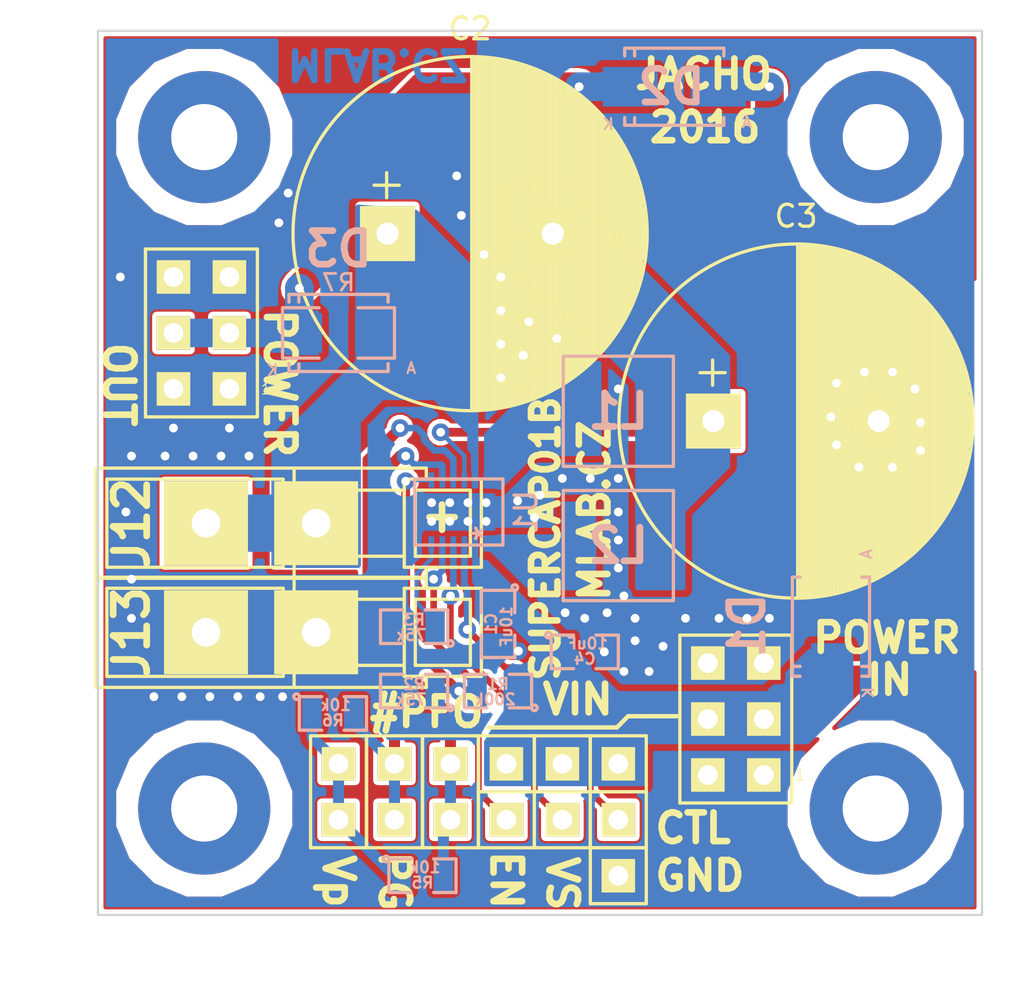
<source format=kicad_pcb>
(kicad_pcb (version 20160815) (host pcbnew "(2016-09-17 revision 679eef1)-makepkg")

  (general
    (links 64)
    (no_connects 0)
    (area 0.203999 -40.436001 40.436001 -0.203999)
    (thickness 1.6)
    (drawings 26)
    (tracks 297)
    (zones 0)
    (modules 34)
    (nets 16)
  )

  (page A4)
  (layers
    (0 F.Cu signal)
    (31 B.Cu signal)
    (32 B.Adhes user)
    (33 F.Adhes user)
    (34 B.Paste user)
    (35 F.Paste user)
    (36 B.SilkS user)
    (37 F.SilkS user)
    (38 B.Mask user)
    (39 F.Mask user)
    (40 Dwgs.User user)
    (41 Cmts.User user)
    (42 Eco1.User user)
    (43 Eco2.User user)
    (44 Edge.Cuts user)
    (45 Margin user)
    (46 B.CrtYd user)
    (47 F.CrtYd user)
    (48 B.Fab user)
    (49 F.Fab user)
  )

  (setup
    (last_trace_width 1.3)
    (user_trace_width 0.2)
    (user_trace_width 0.3)
    (user_trace_width 0.4)
    (user_trace_width 0.5)
    (user_trace_width 0.6)
    (user_trace_width 1.3)
    (user_trace_width 2.6)
    (trace_clearance 0.2)
    (zone_clearance 0.2)
    (zone_45_only yes)
    (trace_min 0.2)
    (segment_width 0.2)
    (edge_width 0.1)
    (via_size 0.8)
    (via_drill 0.4)
    (via_min_size 0.7)
    (via_min_drill 0.3)
    (uvia_size 0.3)
    (uvia_drill 0.1)
    (uvias_allowed no)
    (uvia_min_size 0.3)
    (uvia_min_drill 0.1)
    (pcb_text_width 0.3)
    (pcb_text_size 1.5 1.5)
    (mod_edge_width 0.15)
    (mod_text_size 1 1)
    (mod_text_width 0.15)
    (pad_size 6 6)
    (pad_drill 3)
    (pad_to_mask_clearance 0.12)
    (solder_mask_min_width 0.1)
    (aux_axis_origin 0 0)
    (visible_elements 7FFFFF7F)
    (pcbplotparams
      (layerselection 0x010e0_80000001)
      (usegerberextensions false)
      (excludeedgelayer true)
      (linewidth 0.500000)
      (plotframeref false)
      (viasonmask false)
      (mode 1)
      (useauxorigin false)
      (hpglpennumber 1)
      (hpglpenspeed 20)
      (hpglpendiameter 15)
      (psnegative false)
      (psa4output false)
      (plotreference true)
      (plotvalue true)
      (plotinvisibletext false)
      (padsonsilk false)
      (subtractmaskfromsilk false)
      (outputformat 1)
      (mirror false)
      (drillshape 0)
      (scaleselection 1)
      (outputdirectory ../CAM_PROFI/))
  )

  (net 0 "")
  (net 1 /VIN)
  (net 2 GND)
  (net 3 "Net-(C2-Pad2)")
  (net 4 /CTL)
  (net 5 /EN)
  (net 6 /VSEL)
  (net 7 /#PFO)
  (net 8 /PG)
  (net 9 "Net-(L1-Pad1)")
  (net 10 "Net-(L2-Pad1)")
  (net 11 "Net-(R1-Pad2)")
  (net 12 /OUT)
  (net 13 /Vpull-up)
  (net 14 "Net-(R3-Pad1)")
  (net 15 /OUT2)

  (net_class Default "Toto je výchozí třída sítě."
    (clearance 0.2)
    (trace_width 0.3)
    (via_dia 0.8)
    (via_drill 0.4)
    (uvia_dia 0.3)
    (uvia_drill 0.1)
    (diff_pair_gap 0.25)
    (diff_pair_width 0.2)
    (add_net /#PFO)
    (add_net /CTL)
    (add_net /EN)
    (add_net /OUT)
    (add_net /OUT2)
    (add_net /PG)
    (add_net /VSEL)
    (add_net /Vpull-up)
    (add_net GND)
    (add_net "Net-(C2-Pad2)")
    (add_net "Net-(L1-Pad1)")
    (add_net "Net-(L2-Pad1)")
    (add_net "Net-(R1-Pad2)")
    (add_net "Net-(R3-Pad1)")
  )

  (net_class Vin ""
    (clearance 0.2)
    (trace_width 0.2)
    (via_dia 0.8)
    (via_drill 0.4)
    (uvia_dia 0.3)
    (uvia_drill 0.1)
    (diff_pair_gap 0.25)
    (diff_pair_width 0.2)
    (add_net /VIN)
  )

  (module Mlab_C:C_Radial_D16_L25_P7.5 (layer F.Cu) (tedit 57EA5819) (tstamp 56EFD402)
    (at 13.3985 -31.1785)
    (descr "Radial Electrolytic Capacitor Diameter 16mm x Length 25mm, Pitch 7.5mm")
    (tags "Electrolytic Capacitor")
    (path /56E875AF)
    (fp_text reference C2 (at 3.75 -9.3) (layer F.SilkS)
      (effects (font (size 1 1) (thickness 0.15)))
    )
    (fp_text value 22F (at 3.75 9.3) (layer F.Fab)
      (effects (font (size 1 1) (thickness 0.15)))
    )
    (fp_circle (center 3.75 0) (end 3.75 -8.3) (layer F.CrtYd) (width 0.05))
    (fp_circle (center 3.75 0) (end 3.75 -8.0375) (layer F.SilkS) (width 0.15))
    (fp_circle (center 7.5 0) (end 7.5 -1) (layer F.SilkS) (width 0.15))
    (fp_line (start 11.665 -1.163) (end 11.665 1.163) (layer F.SilkS) (width 0.15))
    (fp_line (start 11.525 -1.884) (end 11.525 1.884) (layer F.SilkS) (width 0.15))
    (fp_line (start 11.385 -2.389) (end 11.385 2.389) (layer F.SilkS) (width 0.15))
    (fp_line (start 11.245 -2.797) (end 11.245 2.797) (layer F.SilkS) (width 0.15))
    (fp_line (start 11.105 -3.147) (end 11.105 3.147) (layer F.SilkS) (width 0.15))
    (fp_line (start 10.965 -3.456) (end 10.965 3.456) (layer F.SilkS) (width 0.15))
    (fp_line (start 10.825 -3.734) (end 10.825 3.734) (layer F.SilkS) (width 0.15))
    (fp_line (start 10.685 -3.988) (end 10.685 3.988) (layer F.SilkS) (width 0.15))
    (fp_line (start 10.545 -4.222) (end 10.545 4.222) (layer F.SilkS) (width 0.15))
    (fp_line (start 10.405 -4.44) (end 10.405 4.44) (layer F.SilkS) (width 0.15))
    (fp_line (start 10.265 -4.643) (end 10.265 4.643) (layer F.SilkS) (width 0.15))
    (fp_line (start 10.125 -4.833) (end 10.125 4.833) (layer F.SilkS) (width 0.15))
    (fp_line (start 9.985 -5.012) (end 9.985 5.012) (layer F.SilkS) (width 0.15))
    (fp_line (start 9.845 -5.182) (end 9.845 5.182) (layer F.SilkS) (width 0.15))
    (fp_line (start 9.705 -5.342) (end 9.705 5.342) (layer F.SilkS) (width 0.15))
    (fp_line (start 9.565 -5.494) (end 9.565 5.494) (layer F.SilkS) (width 0.15))
    (fp_line (start 9.425 -5.639) (end 9.425 5.639) (layer F.SilkS) (width 0.15))
    (fp_line (start 9.285 -5.776) (end 9.285 5.776) (layer F.SilkS) (width 0.15))
    (fp_line (start 9.145 -5.907) (end 9.145 5.907) (layer F.SilkS) (width 0.15))
    (fp_line (start 9.005 -6.032) (end 9.005 6.032) (layer F.SilkS) (width 0.15))
    (fp_line (start 8.865 -6.151) (end 8.865 6.151) (layer F.SilkS) (width 0.15))
    (fp_line (start 8.725 -6.265) (end 8.725 6.265) (layer F.SilkS) (width 0.15))
    (fp_line (start 8.585 -6.374) (end 8.585 6.374) (layer F.SilkS) (width 0.15))
    (fp_line (start 8.445 0.327) (end 8.445 6.477) (layer F.SilkS) (width 0.15))
    (fp_line (start 8.445 -6.477) (end 8.445 -0.327) (layer F.SilkS) (width 0.15))
    (fp_line (start 8.305 0.593) (end 8.305 6.577) (layer F.SilkS) (width 0.15))
    (fp_line (start 8.305 -6.577) (end 8.305 -0.593) (layer F.SilkS) (width 0.15))
    (fp_line (start 8.165 0.747) (end 8.165 6.671) (layer F.SilkS) (width 0.15))
    (fp_line (start 8.165 -6.671) (end 8.165 -0.747) (layer F.SilkS) (width 0.15))
    (fp_line (start 8.025 0.851) (end 8.025 6.762) (layer F.SilkS) (width 0.15))
    (fp_line (start 8.025 -6.762) (end 8.025 -0.851) (layer F.SilkS) (width 0.15))
    (fp_line (start 7.885 0.923) (end 7.885 6.848) (layer F.SilkS) (width 0.15))
    (fp_line (start 7.885 -6.848) (end 7.885 -0.923) (layer F.SilkS) (width 0.15))
    (fp_line (start 7.745 0.97) (end 7.745 6.931) (layer F.SilkS) (width 0.15))
    (fp_line (start 7.745 -6.931) (end 7.745 -0.97) (layer F.SilkS) (width 0.15))
    (fp_line (start 7.605 0.994) (end 7.605 7.01) (layer F.SilkS) (width 0.15))
    (fp_line (start 7.605 -7.01) (end 7.605 -0.994) (layer F.SilkS) (width 0.15))
    (fp_line (start 7.465 0.999) (end 7.465 7.085) (layer F.SilkS) (width 0.15))
    (fp_line (start 7.465 -7.085) (end 7.465 -0.999) (layer F.SilkS) (width 0.15))
    (fp_line (start 7.325 0.985) (end 7.325 7.157) (layer F.SilkS) (width 0.15))
    (fp_line (start 7.325 -7.157) (end 7.325 -0.985) (layer F.SilkS) (width 0.15))
    (fp_line (start 7.185 0.949) (end 7.185 7.225) (layer F.SilkS) (width 0.15))
    (fp_line (start 7.185 -7.225) (end 7.185 -0.949) (layer F.SilkS) (width 0.15))
    (fp_line (start 7.045 0.89) (end 7.045 7.29) (layer F.SilkS) (width 0.15))
    (fp_line (start 7.045 -7.29) (end 7.045 -0.89) (layer F.SilkS) (width 0.15))
    (fp_line (start 6.905 0.804) (end 6.905 7.352) (layer F.SilkS) (width 0.15))
    (fp_line (start 6.905 -7.352) (end 6.905 -0.804) (layer F.SilkS) (width 0.15))
    (fp_line (start 6.765 0.678) (end 6.765 7.41) (layer F.SilkS) (width 0.15))
    (fp_line (start 6.765 -7.41) (end 6.765 -0.678) (layer F.SilkS) (width 0.15))
    (fp_line (start 6.625 0.484) (end 6.625 7.466) (layer F.SilkS) (width 0.15))
    (fp_line (start 6.625 -7.466) (end 6.625 -0.484) (layer F.SilkS) (width 0.15))
    (fp_line (start 6.485 -7.518) (end 6.485 7.518) (layer F.SilkS) (width 0.15))
    (fp_line (start 6.345 -7.567) (end 6.345 7.567) (layer F.SilkS) (width 0.15))
    (fp_line (start 6.205 -7.614) (end 6.205 7.614) (layer F.SilkS) (width 0.15))
    (fp_line (start 6.065 -7.658) (end 6.065 7.658) (layer F.SilkS) (width 0.15))
    (fp_line (start 5.925 -7.699) (end 5.925 7.699) (layer F.SilkS) (width 0.15))
    (fp_line (start 5.785 -7.737) (end 5.785 7.737) (layer F.SilkS) (width 0.15))
    (fp_line (start 5.645 -7.772) (end 5.645 7.772) (layer F.SilkS) (width 0.15))
    (fp_line (start 5.505 -7.805) (end 5.505 7.805) (layer F.SilkS) (width 0.15))
    (fp_line (start 5.365 -7.835) (end 5.365 7.835) (layer F.SilkS) (width 0.15))
    (fp_line (start 5.225 -7.863) (end 5.225 7.863) (layer F.SilkS) (width 0.15))
    (fp_line (start 5.085 -7.888) (end 5.085 7.888) (layer F.SilkS) (width 0.15))
    (fp_line (start 4.945 -7.91) (end 4.945 7.91) (layer F.SilkS) (width 0.15))
    (fp_line (start 4.805 -7.93) (end 4.805 7.93) (layer F.SilkS) (width 0.15))
    (fp_line (start 4.665 -7.948) (end 4.665 7.948) (layer F.SilkS) (width 0.15))
    (fp_line (start 4.525 -7.962) (end 4.525 7.962) (layer F.SilkS) (width 0.15))
    (fp_line (start 4.385 -7.975) (end 4.385 7.975) (layer F.SilkS) (width 0.15))
    (fp_line (start 4.245 -7.985) (end 4.245 7.985) (layer F.SilkS) (width 0.15))
    (fp_line (start 4.105 -7.992) (end 4.105 7.992) (layer F.SilkS) (width 0.15))
    (fp_line (start 3.965 -7.997) (end 3.965 7.997) (layer F.SilkS) (width 0.15))
    (fp_line (start 3.825 -8) (end 3.825 8) (layer F.SilkS) (width 0.15))
    (fp_text user + (at -0.0381 -2.3114) (layer F.SilkS)
      (effects (font (size 1.5 1.5) (thickness 0.15)))
    )
    (pad 1 thru_hole rect (at 0 0) (size 2.5 2.5) (drill 1) (layers *.Cu *.Mask F.SilkS)
      (net 12 /OUT))
    (pad 2 thru_hole circle (at 7.5 0) (size 2.5 2.5) (drill 1) (layers *.Cu *.Mask F.SilkS)
      (net 3 "Net-(C2-Pad2)"))
    (model Capacitors_ThroughHole.3dshapes/C_Radial_D16_L25_P7.5.wrl
      (at (xyz 0.1476378 0 0))
      (scale (xyz 1 1 1))
      (rotate (xyz 0 0 90))
    )
  )

  (module Mlab_Pin_Headers:Straight_2x01 (layer F.Cu) (tedit 57EA5819) (tstamp 57EA06BA)
    (at 11.176 -5.842 90)
    (descr "pin header straight 2x01")
    (tags "pin header straight 2x01")
    (path /57EADC82)
    (fp_text reference J14 (at 0 -2.54 90) (layer F.SilkS) hide
      (effects (font (size 1.5 1.5) (thickness 0.15)))
    )
    (fp_text value JUMP_2x1 (at 0 2.54 90) (layer F.SilkS) hide
      (effects (font (size 1.5 1.5) (thickness 0.15)))
    )
    (fp_line (start -2.54 1.27) (end -2.54 -1.27) (layer F.SilkS) (width 0.15))
    (fp_line (start 2.54 1.27) (end -2.54 1.27) (layer F.SilkS) (width 0.15))
    (fp_line (start 2.54 -1.27) (end 2.54 1.27) (layer F.SilkS) (width 0.15))
    (fp_line (start -2.54 -1.27) (end 2.54 -1.27) (layer F.SilkS) (width 0.15))
    (pad 1 thru_hole rect (at -1.27 0 90) (size 1.524 1.524) (drill 0.889) (layers *.Cu *.Mask F.SilkS)
      (net 13 /Vpull-up))
    (pad 2 thru_hole rect (at 1.27 0 90) (size 1.524 1.524) (drill 0.889) (layers *.Cu *.Mask F.SilkS)
      (net 13 /Vpull-up))
    (model Pin_Headers/Pin_Header_Straight_2x01.wrl
      (at (xyz 0 0 0))
      (scale (xyz 1 1 1))
      (rotate (xyz 0 0 90))
    )
  )

  (module Mlab_C:C_Radial_D16_L25_P7.5 (layer F.Cu) (tedit 57EA5819) (tstamp 56EFD453)
    (at 28.194 -22.6695)
    (descr "Radial Electrolytic Capacitor Diameter 16mm x Length 25mm, Pitch 7.5mm")
    (tags "Electrolytic Capacitor")
    (path /56E812E5)
    (fp_text reference C3 (at 3.75 -9.3) (layer F.SilkS)
      (effects (font (size 1 1) (thickness 0.15)))
    )
    (fp_text value 22F (at 3.75 9.3) (layer F.Fab)
      (effects (font (size 1 1) (thickness 0.15)))
    )
    (fp_circle (center 3.75 0) (end 3.75 -8.3) (layer F.CrtYd) (width 0.05))
    (fp_circle (center 3.75 0) (end 3.75 -8.0375) (layer F.SilkS) (width 0.15))
    (fp_circle (center 7.5 0) (end 7.5 -1) (layer F.SilkS) (width 0.15))
    (fp_line (start 11.665 -1.163) (end 11.665 1.163) (layer F.SilkS) (width 0.15))
    (fp_line (start 11.525 -1.884) (end 11.525 1.884) (layer F.SilkS) (width 0.15))
    (fp_line (start 11.385 -2.389) (end 11.385 2.389) (layer F.SilkS) (width 0.15))
    (fp_line (start 11.245 -2.797) (end 11.245 2.797) (layer F.SilkS) (width 0.15))
    (fp_line (start 11.105 -3.147) (end 11.105 3.147) (layer F.SilkS) (width 0.15))
    (fp_line (start 10.965 -3.456) (end 10.965 3.456) (layer F.SilkS) (width 0.15))
    (fp_line (start 10.825 -3.734) (end 10.825 3.734) (layer F.SilkS) (width 0.15))
    (fp_line (start 10.685 -3.988) (end 10.685 3.988) (layer F.SilkS) (width 0.15))
    (fp_line (start 10.545 -4.222) (end 10.545 4.222) (layer F.SilkS) (width 0.15))
    (fp_line (start 10.405 -4.44) (end 10.405 4.44) (layer F.SilkS) (width 0.15))
    (fp_line (start 10.265 -4.643) (end 10.265 4.643) (layer F.SilkS) (width 0.15))
    (fp_line (start 10.125 -4.833) (end 10.125 4.833) (layer F.SilkS) (width 0.15))
    (fp_line (start 9.985 -5.012) (end 9.985 5.012) (layer F.SilkS) (width 0.15))
    (fp_line (start 9.845 -5.182) (end 9.845 5.182) (layer F.SilkS) (width 0.15))
    (fp_line (start 9.705 -5.342) (end 9.705 5.342) (layer F.SilkS) (width 0.15))
    (fp_line (start 9.565 -5.494) (end 9.565 5.494) (layer F.SilkS) (width 0.15))
    (fp_line (start 9.425 -5.639) (end 9.425 5.639) (layer F.SilkS) (width 0.15))
    (fp_line (start 9.285 -5.776) (end 9.285 5.776) (layer F.SilkS) (width 0.15))
    (fp_line (start 9.145 -5.907) (end 9.145 5.907) (layer F.SilkS) (width 0.15))
    (fp_line (start 9.005 -6.032) (end 9.005 6.032) (layer F.SilkS) (width 0.15))
    (fp_line (start 8.865 -6.151) (end 8.865 6.151) (layer F.SilkS) (width 0.15))
    (fp_line (start 8.725 -6.265) (end 8.725 6.265) (layer F.SilkS) (width 0.15))
    (fp_line (start 8.585 -6.374) (end 8.585 6.374) (layer F.SilkS) (width 0.15))
    (fp_line (start 8.445 0.327) (end 8.445 6.477) (layer F.SilkS) (width 0.15))
    (fp_line (start 8.445 -6.477) (end 8.445 -0.327) (layer F.SilkS) (width 0.15))
    (fp_line (start 8.305 0.593) (end 8.305 6.577) (layer F.SilkS) (width 0.15))
    (fp_line (start 8.305 -6.577) (end 8.305 -0.593) (layer F.SilkS) (width 0.15))
    (fp_line (start 8.165 0.747) (end 8.165 6.671) (layer F.SilkS) (width 0.15))
    (fp_line (start 8.165 -6.671) (end 8.165 -0.747) (layer F.SilkS) (width 0.15))
    (fp_line (start 8.025 0.851) (end 8.025 6.762) (layer F.SilkS) (width 0.15))
    (fp_line (start 8.025 -6.762) (end 8.025 -0.851) (layer F.SilkS) (width 0.15))
    (fp_line (start 7.885 0.923) (end 7.885 6.848) (layer F.SilkS) (width 0.15))
    (fp_line (start 7.885 -6.848) (end 7.885 -0.923) (layer F.SilkS) (width 0.15))
    (fp_line (start 7.745 0.97) (end 7.745 6.931) (layer F.SilkS) (width 0.15))
    (fp_line (start 7.745 -6.931) (end 7.745 -0.97) (layer F.SilkS) (width 0.15))
    (fp_line (start 7.605 0.994) (end 7.605 7.01) (layer F.SilkS) (width 0.15))
    (fp_line (start 7.605 -7.01) (end 7.605 -0.994) (layer F.SilkS) (width 0.15))
    (fp_line (start 7.465 0.999) (end 7.465 7.085) (layer F.SilkS) (width 0.15))
    (fp_line (start 7.465 -7.085) (end 7.465 -0.999) (layer F.SilkS) (width 0.15))
    (fp_line (start 7.325 0.985) (end 7.325 7.157) (layer F.SilkS) (width 0.15))
    (fp_line (start 7.325 -7.157) (end 7.325 -0.985) (layer F.SilkS) (width 0.15))
    (fp_line (start 7.185 0.949) (end 7.185 7.225) (layer F.SilkS) (width 0.15))
    (fp_line (start 7.185 -7.225) (end 7.185 -0.949) (layer F.SilkS) (width 0.15))
    (fp_line (start 7.045 0.89) (end 7.045 7.29) (layer F.SilkS) (width 0.15))
    (fp_line (start 7.045 -7.29) (end 7.045 -0.89) (layer F.SilkS) (width 0.15))
    (fp_line (start 6.905 0.804) (end 6.905 7.352) (layer F.SilkS) (width 0.15))
    (fp_line (start 6.905 -7.352) (end 6.905 -0.804) (layer F.SilkS) (width 0.15))
    (fp_line (start 6.765 0.678) (end 6.765 7.41) (layer F.SilkS) (width 0.15))
    (fp_line (start 6.765 -7.41) (end 6.765 -0.678) (layer F.SilkS) (width 0.15))
    (fp_line (start 6.625 0.484) (end 6.625 7.466) (layer F.SilkS) (width 0.15))
    (fp_line (start 6.625 -7.466) (end 6.625 -0.484) (layer F.SilkS) (width 0.15))
    (fp_line (start 6.485 -7.518) (end 6.485 7.518) (layer F.SilkS) (width 0.15))
    (fp_line (start 6.345 -7.567) (end 6.345 7.567) (layer F.SilkS) (width 0.15))
    (fp_line (start 6.205 -7.614) (end 6.205 7.614) (layer F.SilkS) (width 0.15))
    (fp_line (start 6.065 -7.658) (end 6.065 7.658) (layer F.SilkS) (width 0.15))
    (fp_line (start 5.925 -7.699) (end 5.925 7.699) (layer F.SilkS) (width 0.15))
    (fp_line (start 5.785 -7.737) (end 5.785 7.737) (layer F.SilkS) (width 0.15))
    (fp_line (start 5.645 -7.772) (end 5.645 7.772) (layer F.SilkS) (width 0.15))
    (fp_line (start 5.505 -7.805) (end 5.505 7.805) (layer F.SilkS) (width 0.15))
    (fp_line (start 5.365 -7.835) (end 5.365 7.835) (layer F.SilkS) (width 0.15))
    (fp_line (start 5.225 -7.863) (end 5.225 7.863) (layer F.SilkS) (width 0.15))
    (fp_line (start 5.085 -7.888) (end 5.085 7.888) (layer F.SilkS) (width 0.15))
    (fp_line (start 4.945 -7.91) (end 4.945 7.91) (layer F.SilkS) (width 0.15))
    (fp_line (start 4.805 -7.93) (end 4.805 7.93) (layer F.SilkS) (width 0.15))
    (fp_line (start 4.665 -7.948) (end 4.665 7.948) (layer F.SilkS) (width 0.15))
    (fp_line (start 4.525 -7.962) (end 4.525 7.962) (layer F.SilkS) (width 0.15))
    (fp_line (start 4.385 -7.975) (end 4.385 7.975) (layer F.SilkS) (width 0.15))
    (fp_line (start 4.245 -7.985) (end 4.245 7.985) (layer F.SilkS) (width 0.15))
    (fp_line (start 4.105 -7.992) (end 4.105 7.992) (layer F.SilkS) (width 0.15))
    (fp_line (start 3.965 -7.997) (end 3.965 7.997) (layer F.SilkS) (width 0.15))
    (fp_line (start 3.825 -8) (end 3.825 8) (layer F.SilkS) (width 0.15))
    (fp_text user + (at -0.0381 -2.3114) (layer F.SilkS)
      (effects (font (size 1.5 1.5) (thickness 0.15)))
    )
    (pad 1 thru_hole rect (at 0 0) (size 2.5 2.5) (drill 1) (layers *.Cu *.Mask F.SilkS)
      (net 3 "Net-(C2-Pad2)"))
    (pad 2 thru_hole circle (at 7.5 0) (size 2.5 2.5) (drill 1) (layers *.Cu *.Mask F.SilkS)
      (net 2 GND))
    (model Capacitors_ThroughHole.3dshapes/C_Radial_D16_L25_P7.5.wrl
      (at (xyz 0.1476378 0 0))
      (scale (xyz 1 1 1))
      (rotate (xyz 0 0 90))
    )
  )

  (module Mlab_D:SMA_Standard (layer B.Cu) (tedit 57EA5819) (tstamp 56EBC5A6)
    (at 33.528 -13.335 270)
    (descr "Diode SMA")
    (tags "Diode SMA")
    (path /56E8111C)
    (attr smd)
    (fp_text reference D1 (at 0 3.81 270) (layer B.SilkS)
      (effects (font (thickness 0.3048)) (justify mirror))
    )
    (fp_text value M4 (at 0 -3.81 270) (layer B.SilkS) hide
      (effects (font (thickness 0.3048)) (justify mirror))
    )
    (fp_line (start -2.25044 1.75006) (end 2.25044 1.75006) (layer B.SilkS) (width 0.15))
    (fp_line (start -2.25044 -1.75006) (end 2.25044 -1.75006) (layer B.SilkS) (width 0.15))
    (fp_line (start 2.25044 1.75006) (end 2.25044 1.39954) (layer B.SilkS) (width 0.15))
    (fp_line (start -2.25044 1.75006) (end -2.25044 1.39954) (layer B.SilkS) (width 0.15))
    (fp_line (start -2.25044 -1.75006) (end -2.25044 -1.39954) (layer B.SilkS) (width 0.15))
    (fp_line (start 2.25044 -1.75006) (end 2.25044 -1.39954) (layer B.SilkS) (width 0.15))
    (fp_line (start 1.80086 1.75006) (end 1.80086 1.39954) (layer B.SilkS) (width 0.15))
    (fp_line (start 1.80086 -1.75006) (end 1.80086 -1.39954) (layer B.SilkS) (width 0.15))
    (fp_circle (center 0 0) (end 0.20066 0.0508) (layer B.Adhes) (width 0.381))
    (fp_text user K (at 2.99974 -1.69926 270) (layer B.SilkS)
      (effects (font (size 0.50038 0.50038) (thickness 0.09906)) (justify mirror))
    )
    (fp_text user A (at -3.29946 -1.6002 270) (layer B.SilkS)
      (effects (font (size 0.50038 0.50038) (thickness 0.09906)) (justify mirror))
    )
    (pad 1 smd rect (at 1.99898 0 270) (size 2.49936 1.80086) (layers B.Cu B.Paste B.Mask)
      (net 1 /VIN))
    (pad 2 smd rect (at -1.99898 0 270) (size 2.49936 1.80086) (layers B.Cu B.Paste B.Mask)
      (net 2 GND))
    (model MLAB_3D/Diodes/SMA.wrl
      (at (xyz 0 0 0))
      (scale (xyz 0.3937 0.3937 0.3937))
      (rotate (xyz 0 0 0))
    )
  )

  (module Mlab_CON:WAGO256 (layer F.Cu) (tedit 57EA5819) (tstamp 56EBD757)
    (at 7.62 -13.081)
    (descr "WAGO-Series 236, 2Stift, 1pol, RM 5mm,")
    (tags "WAGO-Series 236, 2Stift, 1pol, RM 5mm, Anreibare Leiterplattenklemme")
    (path /56EBF84C)
    (fp_text reference J13 (at -5.842 0 90) (layer F.SilkS)
      (effects (font (thickness 0.3048)))
    )
    (fp_text value CONN1_1 (at 0.254 4.064) (layer F.SilkS) hide
      (effects (font (thickness 0.3048)))
    )
    (fp_line (start -7.46 -2.5) (end 1.54 -2.5) (layer F.SilkS) (width 0.15))
    (fp_line (start 1.54 2.5) (end -7.46 2.5) (layer F.SilkS) (width 0.15))
    (fp_line (start 1.54 -2.5) (end 7.54 -2.5) (layer F.SilkS) (width 0.15))
    (fp_line (start -6.9601 -2) (end 1.0399 -2) (layer F.SilkS) (width 0.15))
    (fp_line (start 3.54 -1.5) (end 6.54 -1.5) (layer F.SilkS) (width 0.15))
    (fp_line (start 1.54 2.5) (end 7.54 2.5) (layer F.SilkS) (width 0.15))
    (fp_line (start -6.9601 2) (end 1.0399 2) (layer F.SilkS) (width 0.15))
    (fp_line (start 3.54 1.5) (end 6.54 1.5) (layer F.SilkS) (width 0.15))
    (fp_line (start 6.54 -2) (end 10.041 -2) (layer F.SilkS) (width 0.15))
    (fp_line (start 7.0401 -1.5) (end 9.54 -1.5) (layer F.SilkS) (width 0.15))
    (fp_line (start 1.0399 -1) (end 1.54 -1) (layer F.SilkS) (width 0.15))
    (fp_line (start 6.54 2) (end 10.0401 2) (layer F.SilkS) (width 0.15))
    (fp_line (start 7.0401 1.5) (end 9.54 1.5) (layer F.SilkS) (width 0.15))
    (fp_line (start 1.0399 1) (end 1.54 1) (layer F.SilkS) (width 0.15))
    (fp_line (start -6.9601 2) (end -6.9601 -2) (layer F.SilkS) (width 0.15))
    (fp_line (start 1.0399 -2) (end 1.0399 2) (layer F.SilkS) (width 0.15))
    (fp_line (start 3.54 1.5001) (end 3.54 -1.5001) (layer F.SilkS) (width 0.15))
    (fp_line (start 6.54 -2) (end 6.54 2) (layer F.SilkS) (width 0.15))
    (fp_line (start 10.0401 -2) (end 10.0401 2) (layer F.SilkS) (width 0.15))
    (fp_line (start 7.0401 1.501) (end 7.0401 -1.501) (layer F.SilkS) (width 0.15))
    (fp_line (start 9.54 1.501) (end 9.54 -1.501) (layer F.SilkS) (width 0.15))
    (fp_line (start -7.46 2.5001) (end -7.46 -2.5001) (layer F.SilkS) (width 0.15))
    (fp_line (start 1.54 2.5001) (end 1.54 -2.5001) (layer F.SilkS) (width 0.15))
    (fp_line (start 7.54 -2) (end 7.54 -2.5) (layer F.SilkS) (width 0.15))
    (fp_line (start 7.54 2.5) (end 7.54 2) (layer F.SilkS) (width 0.15))
    (pad 1 thru_hole rect (at -2.46 0 90) (size 3.81 3.81) (drill 1.3) (layers *.Cu *.Mask F.SilkS)
      (net 2 GND))
    (pad 1 thru_hole rect (at 2.54 0 90) (size 3.81 3.81) (drill 1.3) (layers *.Cu *.Mask F.SilkS)
      (net 2 GND))
  )

  (module Mlab_Mechanical:MountingHole_3mm placed (layer F.Cu) (tedit 57EA5819) (tstamp 56EBCD98)
    (at 5.08 -35.56)
    (descr "Mounting hole, Befestigungsbohrung, 3mm, No Annular, Kein Restring,")
    (tags "Mounting hole, Befestigungsbohrung, 3mm, No Annular, Kein Restring,")
    (path /56EBF2B1)
    (fp_text reference M1 (at 0 -4.191) (layer F.SilkS) hide
      (effects (font (thickness 0.3048)))
    )
    (fp_text value HOLE (at 0 4.191) (layer F.SilkS) hide
      (effects (font (thickness 0.3048)))
    )
    (fp_circle (center 0 0) (end 2.99974 0) (layer Cmts.User) (width 0.381))
    (pad 1 thru_hole circle (at 0 0) (size 6 6) (drill 3) (layers *.Cu *.Adhes *.Mask)
      (clearance 1) (zone_connect 2))
  )

  (module Mlab_Mechanical:MountingHole_3mm placed (layer F.Cu) (tedit 57EA5819) (tstamp 56EBCD9D)
    (at 35.56 -35.56)
    (descr "Mounting hole, Befestigungsbohrung, 3mm, No Annular, Kein Restring,")
    (tags "Mounting hole, Befestigungsbohrung, 3mm, No Annular, Kein Restring,")
    (path /56EBF563)
    (fp_text reference M2 (at 0 -4.191) (layer F.SilkS) hide
      (effects (font (thickness 0.3048)))
    )
    (fp_text value HOLE (at 0 4.191) (layer F.SilkS) hide
      (effects (font (thickness 0.3048)))
    )
    (fp_circle (center 0 0) (end 2.99974 0) (layer Cmts.User) (width 0.381))
    (pad 1 thru_hole circle (at 0 0) (size 6 6) (drill 3) (layers *.Cu *.Adhes *.Mask)
      (clearance 1) (zone_connect 2))
  )

  (module Mlab_Mechanical:MountingHole_3mm placed (layer F.Cu) (tedit 57EA5819) (tstamp 56EBCDA2)
    (at 35.56 -5.08)
    (descr "Mounting hole, Befestigungsbohrung, 3mm, No Annular, Kein Restring,")
    (tags "Mounting hole, Befestigungsbohrung, 3mm, No Annular, Kein Restring,")
    (path /56EBF4F9)
    (fp_text reference M3 (at 0 -4.191) (layer F.SilkS) hide
      (effects (font (thickness 0.3048)))
    )
    (fp_text value HOLE (at 0 4.191) (layer F.SilkS) hide
      (effects (font (thickness 0.3048)))
    )
    (fp_circle (center 0 0) (end 2.99974 0) (layer Cmts.User) (width 0.381))
    (pad 1 thru_hole circle (at 0 0) (size 6 6) (drill 3) (layers *.Cu *.Adhes *.Mask)
      (clearance 1) (zone_connect 2))
  )

  (module Mlab_Mechanical:MountingHole_3mm placed (layer F.Cu) (tedit 57EA5819) (tstamp 56EBCDA7)
    (at 5.08 -5.08)
    (descr "Mounting hole, Befestigungsbohrung, 3mm, No Annular, Kein Restring,")
    (tags "Mounting hole, Befestigungsbohrung, 3mm, No Annular, Kein Restring,")
    (path /56EBF5DC)
    (fp_text reference M4 (at 0 -4.191) (layer F.SilkS) hide
      (effects (font (thickness 0.3048)))
    )
    (fp_text value HOLE (at 0 4.191) (layer F.SilkS) hide
      (effects (font (thickness 0.3048)))
    )
    (fp_circle (center 0 0) (end 2.99974 0) (layer Cmts.User) (width 0.381))
    (pad 1 thru_hole circle (at 0 0) (size 6 6) (drill 3) (layers *.Cu *.Adhes *.Mask)
      (clearance 1) (zone_connect 2))
  )

  (module Mlab_IO:DFN-12-1EP_3x4mm_Pitch0.5mm (layer B.Cu) (tedit 57EA5819) (tstamp 56EBCDF3)
    (at 16.637 -18.542 90)
    (descr "DE/UE Package; 12-Lead Plastic DFN (4mm x 3mm) (see Linear Technology DFN_12_05-08-1695.pdf)")
    (tags "DFN 0.5")
    (path /56E80FC2)
    (attr smd)
    (fp_text reference U1 (at 0 3.05 90) (layer B.SilkS)
      (effects (font (size 1 1) (thickness 0.15)) (justify mirror))
    )
    (fp_text value LTC3625 (at 0 -3.05 90) (layer B.Fab)
      (effects (font (size 1 1) (thickness 0.15)) (justify mirror))
    )
    (fp_line (start -1.5 2) (end 1.5 2) (layer B.SilkS) (width 0.15))
    (fp_line (start -1.5 -2) (end 1.5 -2) (layer B.SilkS) (width 0.15))
    (fp_line (start -2.05 -2.3) (end 2.05 -2.3) (layer B.CrtYd) (width 0.05))
    (fp_line (start -2.05 2.3) (end 2.05 2.3) (layer B.CrtYd) (width 0.05))
    (fp_line (start 2.05 2.3) (end 2.05 -2.3) (layer B.CrtYd) (width 0.05))
    (fp_line (start -2.05 2.3) (end -2.05 -2.3) (layer B.CrtYd) (width 0.05))
    (fp_line (start -1.5 2) (end -1.5 -2) (layer B.SilkS) (width 0.15))
    (fp_line (start 1.5 2) (end 1.5 -2) (layer B.SilkS) (width 0.15))
    (fp_text user * (at -0.9652 1.1684 90) (layer B.SilkS)
      (effects (font (size 1 1) (thickness 0.15)) (justify mirror))
    )
    (pad 1 smd rect (at -1.45 1.25 90) (size 0.7 0.25) (layers B.Cu B.Paste B.Mask)
      (net 10 "Net-(L2-Pad1)"))
    (pad 2 smd rect (at -1.45 0.75 90) (size 0.7 0.25) (layers B.Cu B.Paste B.Mask)
      (net 1 /VIN))
    (pad 3 smd rect (at -1.45 0.25 90) (size 0.7 0.25) (layers B.Cu B.Paste B.Mask)
      (net 4 /CTL))
    (pad 4 smd rect (at -1.45 -0.25 90) (size 0.7 0.25) (layers B.Cu B.Paste B.Mask)
      (net 6 /VSEL))
    (pad 5 smd rect (at -1.45 -0.75 90) (size 0.7 0.25) (layers B.Cu B.Paste B.Mask)
      (net 5 /EN))
    (pad 6 smd rect (at -1.45 -1.25 90) (size 0.7 0.25) (layers B.Cu B.Paste B.Mask)
      (net 14 "Net-(R3-Pad1)"))
    (pad 7 smd rect (at 1.45 -1.25 90) (size 0.7 0.25) (layers B.Cu B.Paste B.Mask)
      (net 11 "Net-(R1-Pad2)"))
    (pad 8 smd rect (at 1.45 -0.75 90) (size 0.7 0.25) (layers B.Cu B.Paste B.Mask)
      (net 7 /#PFO))
    (pad 9 smd rect (at 1.45 -0.25 90) (size 0.7 0.25) (layers B.Cu B.Paste B.Mask)
      (net 8 /PG))
    (pad 10 smd rect (at 1.45 0.25 90) (size 0.7 0.25) (layers B.Cu B.Paste B.Mask)
      (net 3 "Net-(C2-Pad2)"))
    (pad 11 smd rect (at 1.45 0.75 90) (size 0.7 0.25) (layers B.Cu B.Paste B.Mask)
      (net 12 /OUT))
    (pad 12 smd rect (at 1.45 1.25 90) (size 0.7 0.25) (layers B.Cu B.Paste B.Mask)
      (net 9 "Net-(L1-Pad1)"))
    (pad 13 smd rect (at 0.425 -1.2375 90) (size 0.85 0.825) (layers B.Cu B.Paste B.Mask)
      (net 2 GND) (solder_paste_margin_ratio -0.2))
    (pad 13 smd rect (at 0.425 -0.4125 90) (size 0.85 0.825) (layers B.Cu B.Paste B.Mask)
      (net 2 GND) (solder_paste_margin_ratio -0.2))
    (pad 13 smd rect (at 0.425 0.4125 90) (size 0.85 0.825) (layers B.Cu B.Paste B.Mask)
      (net 2 GND) (solder_paste_margin_ratio -0.2))
    (pad 13 smd rect (at 0.425 1.2375 90) (size 0.85 0.825) (layers B.Cu B.Paste B.Mask)
      (net 2 GND) (solder_paste_margin_ratio -0.2))
    (pad 13 smd rect (at -0.425 -1.2375 90) (size 0.85 0.825) (layers B.Cu B.Paste B.Mask)
      (net 2 GND) (solder_paste_margin_ratio -0.2))
    (pad 13 smd rect (at -0.425 -0.4125 90) (size 0.85 0.825) (layers B.Cu B.Paste B.Mask)
      (net 2 GND) (solder_paste_margin_ratio -0.2))
    (pad 13 smd rect (at -0.425 0.4125 90) (size 0.85 0.825) (layers B.Cu B.Paste B.Mask)
      (net 2 GND) (solder_paste_margin_ratio -0.2))
    (pad 13 smd rect (at -0.425 1.2375 90) (size 0.85 0.825) (layers B.Cu B.Paste B.Mask)
      (net 2 GND) (solder_paste_margin_ratio -0.2))
    (model Housings_DFN_QFN.3dshapes/DFN-12-1EP_3x4mm_Pitch0.5mm.wrl
      (at (xyz 0 0 0))
      (scale (xyz 1 1 1))
      (rotate (xyz 0 0 0))
    )
  )

  (module Mlab_R:SMD-0805 (layer B.Cu) (tedit 57EA5819) (tstamp 56EBC728)
    (at 18.415 -13.462 270)
    (path /56E8119A)
    (attr smd)
    (fp_text reference C1 (at 0 0.3175 270) (layer B.SilkS)
      (effects (font (size 0.50038 0.50038) (thickness 0.10922)) (justify mirror))
    )
    (fp_text value 10uF (at 0.127 -0.381 270) (layer B.SilkS)
      (effects (font (size 0.50038 0.50038) (thickness 0.10922)) (justify mirror))
    )
    (fp_line (start 1.524 -0.762) (end 0.508 -0.762) (layer B.SilkS) (width 0.15))
    (fp_line (start 1.524 0.762) (end 1.524 -0.762) (layer B.SilkS) (width 0.15))
    (fp_line (start 0.508 0.762) (end 1.524 0.762) (layer B.SilkS) (width 0.15))
    (fp_line (start -1.524 0.762) (end -0.508 0.762) (layer B.SilkS) (width 0.15))
    (fp_line (start -1.524 -0.762) (end -1.524 0.762) (layer B.SilkS) (width 0.15))
    (fp_line (start -0.508 -0.762) (end -1.524 -0.762) (layer B.SilkS) (width 0.15))
    (fp_circle (center -1.651 -0.762) (end -1.651 -0.635) (layer B.SilkS) (width 0.15))
    (pad 1 smd rect (at -0.9525 0 270) (size 0.889 1.397) (layers B.Cu B.Paste B.Mask)
      (net 1 /VIN))
    (pad 2 smd rect (at 0.9525 0 270) (size 0.889 1.397) (layers B.Cu B.Paste B.Mask)
      (net 2 GND))
    (model MLAB_3D/Resistors/chip_cms.wrl
      (at (xyz 0 0 0))
      (scale (xyz 0.1 0.1 0.1))
      (rotate (xyz 0 0 0))
    )
  )

  (module Mlab_R:SMD-0805 (layer B.Cu) (tedit 57EA5819) (tstamp 56EBC735)
    (at 18.415 -10.414 180)
    (path /56E85082)
    (attr smd)
    (fp_text reference R1 (at 0 0.3175 180) (layer B.SilkS)
      (effects (font (size 0.50038 0.50038) (thickness 0.10922)) (justify mirror))
    )
    (fp_text value 200k (at 0.127 -0.381 180) (layer B.SilkS)
      (effects (font (size 0.50038 0.50038) (thickness 0.10922)) (justify mirror))
    )
    (fp_line (start 1.524 -0.762) (end 0.508 -0.762) (layer B.SilkS) (width 0.15))
    (fp_line (start 1.524 0.762) (end 1.524 -0.762) (layer B.SilkS) (width 0.15))
    (fp_line (start 0.508 0.762) (end 1.524 0.762) (layer B.SilkS) (width 0.15))
    (fp_line (start -1.524 0.762) (end -0.508 0.762) (layer B.SilkS) (width 0.15))
    (fp_line (start -1.524 -0.762) (end -1.524 0.762) (layer B.SilkS) (width 0.15))
    (fp_line (start -0.508 -0.762) (end -1.524 -0.762) (layer B.SilkS) (width 0.15))
    (fp_circle (center -1.651 -0.762) (end -1.651 -0.635) (layer B.SilkS) (width 0.15))
    (pad 1 smd rect (at -0.9525 0 180) (size 0.889 1.397) (layers B.Cu B.Paste B.Mask)
      (net 1 /VIN))
    (pad 2 smd rect (at 0.9525 0 180) (size 0.889 1.397) (layers B.Cu B.Paste B.Mask)
      (net 11 "Net-(R1-Pad2)"))
    (model MLAB_3D/Resistors/chip_cms.wrl
      (at (xyz 0 0 0))
      (scale (xyz 0.1 0.1 0.1))
      (rotate (xyz 0 0 0))
    )
  )

  (module Mlab_R:SMD-0805 (layer B.Cu) (tedit 57EA5819) (tstamp 56EBC742)
    (at 14.605 -10.414 180)
    (path /56E84F85)
    (attr smd)
    (fp_text reference R2 (at 0 0.3175 180) (layer B.SilkS)
      (effects (font (size 0.50038 0.50038) (thickness 0.10922)) (justify mirror))
    )
    (fp_text value 75k (at 0.127 -0.381 180) (layer B.SilkS)
      (effects (font (size 0.50038 0.50038) (thickness 0.10922)) (justify mirror))
    )
    (fp_line (start 1.524 -0.762) (end 0.508 -0.762) (layer B.SilkS) (width 0.15))
    (fp_line (start 1.524 0.762) (end 1.524 -0.762) (layer B.SilkS) (width 0.15))
    (fp_line (start 0.508 0.762) (end 1.524 0.762) (layer B.SilkS) (width 0.15))
    (fp_line (start -1.524 0.762) (end -0.508 0.762) (layer B.SilkS) (width 0.15))
    (fp_line (start -1.524 -0.762) (end -1.524 0.762) (layer B.SilkS) (width 0.15))
    (fp_line (start -0.508 -0.762) (end -1.524 -0.762) (layer B.SilkS) (width 0.15))
    (fp_circle (center -1.651 -0.762) (end -1.651 -0.635) (layer B.SilkS) (width 0.15))
    (pad 1 smd rect (at -0.9525 0 180) (size 0.889 1.397) (layers B.Cu B.Paste B.Mask)
      (net 11 "Net-(R1-Pad2)"))
    (pad 2 smd rect (at 0.9525 0 180) (size 0.889 1.397) (layers B.Cu B.Paste B.Mask)
      (net 2 GND))
    (model MLAB_3D/Resistors/chip_cms.wrl
      (at (xyz 0 0 0))
      (scale (xyz 0.1 0.1 0.1))
      (rotate (xyz 0 0 0))
    )
  )

  (module Mlab_R:SMD-0805 (layer B.Cu) (tedit 57EA5819) (tstamp 56EBC74F)
    (at 14.605 -13.335 180)
    (path /56E85E42)
    (attr smd)
    (fp_text reference R3 (at 0 0.3175 180) (layer B.SilkS)
      (effects (font (size 0.50038 0.50038) (thickness 0.10922)) (justify mirror))
    )
    (fp_text value 75k (at 0.127 -0.381 180) (layer B.SilkS)
      (effects (font (size 0.50038 0.50038) (thickness 0.10922)) (justify mirror))
    )
    (fp_line (start 1.524 -0.762) (end 0.508 -0.762) (layer B.SilkS) (width 0.15))
    (fp_line (start 1.524 0.762) (end 1.524 -0.762) (layer B.SilkS) (width 0.15))
    (fp_line (start 0.508 0.762) (end 1.524 0.762) (layer B.SilkS) (width 0.15))
    (fp_line (start -1.524 0.762) (end -0.508 0.762) (layer B.SilkS) (width 0.15))
    (fp_line (start -1.524 -0.762) (end -1.524 0.762) (layer B.SilkS) (width 0.15))
    (fp_line (start -0.508 -0.762) (end -1.524 -0.762) (layer B.SilkS) (width 0.15))
    (fp_circle (center -1.651 -0.762) (end -1.651 -0.635) (layer B.SilkS) (width 0.15))
    (pad 1 smd rect (at -0.9525 0 180) (size 0.889 1.397) (layers B.Cu B.Paste B.Mask)
      (net 14 "Net-(R3-Pad1)"))
    (pad 2 smd rect (at 0.9525 0 180) (size 0.889 1.397) (layers B.Cu B.Paste B.Mask)
      (net 2 GND))
    (model MLAB_3D/Resistors/chip_cms.wrl
      (at (xyz 0 0 0))
      (scale (xyz 0.1 0.1 0.1))
      (rotate (xyz 0 0 0))
    )
  )

  (module Mlab_Pin_Headers:Straight_2x01 (layer F.Cu) (tedit 57EA5819) (tstamp 56EBCA7F)
    (at 16.256 -5.842 90)
    (descr "pin header straight 2x01")
    (tags "pin header straight 2x01")
    (path /56E8A378)
    (fp_text reference J9 (at 0 -2.54 90) (layer F.SilkS) hide
      (effects (font (size 1.5 1.5) (thickness 0.15)))
    )
    (fp_text value JUMP_2x1 (at 0 2.54 90) (layer F.SilkS) hide
      (effects (font (size 1.5 1.5) (thickness 0.15)))
    )
    (fp_line (start -2.54 1.27) (end -2.54 -1.27) (layer F.SilkS) (width 0.15))
    (fp_line (start 2.54 1.27) (end -2.54 1.27) (layer F.SilkS) (width 0.15))
    (fp_line (start 2.54 -1.27) (end 2.54 1.27) (layer F.SilkS) (width 0.15))
    (fp_line (start -2.54 -1.27) (end 2.54 -1.27) (layer F.SilkS) (width 0.15))
    (pad 1 thru_hole rect (at -1.27 0 90) (size 1.524 1.524) (drill 0.889) (layers *.Cu *.Mask F.SilkS)
      (net 7 /#PFO))
    (pad 2 thru_hole rect (at 1.27 0 90) (size 1.524 1.524) (drill 0.889) (layers *.Cu *.Mask F.SilkS)
      (net 7 /#PFO))
    (model Pin_Headers/Pin_Header_Straight_2x01.wrl
      (at (xyz 0 0 0))
      (scale (xyz 1 1 1))
      (rotate (xyz 0 0 90))
    )
  )

  (module Mlab_Pin_Headers:Straight_2x01 (layer F.Cu) (tedit 57EA5819) (tstamp 56EBCA89)
    (at 13.716 -5.842 90)
    (descr "pin header straight 2x01")
    (tags "pin header straight 2x01")
    (path /56E8A461)
    (fp_text reference J10 (at 0 -2.54 90) (layer F.SilkS) hide
      (effects (font (size 1.5 1.5) (thickness 0.15)))
    )
    (fp_text value JUMP_2x1 (at 0 2.54 90) (layer F.SilkS) hide
      (effects (font (size 1.5 1.5) (thickness 0.15)))
    )
    (fp_line (start -2.54 1.27) (end -2.54 -1.27) (layer F.SilkS) (width 0.15))
    (fp_line (start 2.54 1.27) (end -2.54 1.27) (layer F.SilkS) (width 0.15))
    (fp_line (start 2.54 -1.27) (end 2.54 1.27) (layer F.SilkS) (width 0.15))
    (fp_line (start -2.54 -1.27) (end 2.54 -1.27) (layer F.SilkS) (width 0.15))
    (pad 1 thru_hole rect (at -1.27 0 90) (size 1.524 1.524) (drill 0.889) (layers *.Cu *.Mask F.SilkS)
      (net 8 /PG))
    (pad 2 thru_hole rect (at 1.27 0 90) (size 1.524 1.524) (drill 0.889) (layers *.Cu *.Mask F.SilkS)
      (net 8 /PG))
    (model Pin_Headers/Pin_Header_Straight_2x01.wrl
      (at (xyz 0 0 0))
      (scale (xyz 1 1 1))
      (rotate (xyz 0 0 90))
    )
  )

  (module Mlab_CON:WAGO256 (layer F.Cu) (tedit 57EA5819) (tstamp 56EBD738)
    (at 7.62 -18.034)
    (descr "WAGO-Series 236, 2Stift, 1pol, RM 5mm,")
    (tags "WAGO-Series 236, 2Stift, 1pol, RM 5mm, Anreibare Leiterplattenklemme")
    (path /56EBF31C)
    (fp_text reference J12 (at -5.842 0 90) (layer F.SilkS)
      (effects (font (thickness 0.3048)))
    )
    (fp_text value CONN1_1 (at 0.254 4.064) (layer F.SilkS) hide
      (effects (font (thickness 0.3048)))
    )
    (fp_line (start -7.46 -2.5) (end 1.54 -2.5) (layer F.SilkS) (width 0.15))
    (fp_line (start 1.54 2.5) (end -7.46 2.5) (layer F.SilkS) (width 0.15))
    (fp_line (start 1.54 -2.5) (end 7.54 -2.5) (layer F.SilkS) (width 0.15))
    (fp_line (start -6.9601 -2) (end 1.0399 -2) (layer F.SilkS) (width 0.15))
    (fp_line (start 3.54 -1.5) (end 6.54 -1.5) (layer F.SilkS) (width 0.15))
    (fp_line (start 1.54 2.5) (end 7.54 2.5) (layer F.SilkS) (width 0.15))
    (fp_line (start -6.9601 2) (end 1.0399 2) (layer F.SilkS) (width 0.15))
    (fp_line (start 3.54 1.5) (end 6.54 1.5) (layer F.SilkS) (width 0.15))
    (fp_line (start 6.54 -2) (end 10.041 -2) (layer F.SilkS) (width 0.15))
    (fp_line (start 7.0401 -1.5) (end 9.54 -1.5) (layer F.SilkS) (width 0.15))
    (fp_line (start 1.0399 -1) (end 1.54 -1) (layer F.SilkS) (width 0.15))
    (fp_line (start 6.54 2) (end 10.0401 2) (layer F.SilkS) (width 0.15))
    (fp_line (start 7.0401 1.5) (end 9.54 1.5) (layer F.SilkS) (width 0.15))
    (fp_line (start 1.0399 1) (end 1.54 1) (layer F.SilkS) (width 0.15))
    (fp_line (start -6.9601 2) (end -6.9601 -2) (layer F.SilkS) (width 0.15))
    (fp_line (start 1.0399 -2) (end 1.0399 2) (layer F.SilkS) (width 0.15))
    (fp_line (start 3.54 1.5001) (end 3.54 -1.5001) (layer F.SilkS) (width 0.15))
    (fp_line (start 6.54 -2) (end 6.54 2) (layer F.SilkS) (width 0.15))
    (fp_line (start 10.0401 -2) (end 10.0401 2) (layer F.SilkS) (width 0.15))
    (fp_line (start 7.0401 1.501) (end 7.0401 -1.501) (layer F.SilkS) (width 0.15))
    (fp_line (start 9.54 1.501) (end 9.54 -1.501) (layer F.SilkS) (width 0.15))
    (fp_line (start -7.46 2.5001) (end -7.46 -2.5001) (layer F.SilkS) (width 0.15))
    (fp_line (start 1.54 2.5001) (end 1.54 -2.5001) (layer F.SilkS) (width 0.15))
    (fp_line (start 7.54 -2) (end 7.54 -2.5) (layer F.SilkS) (width 0.15))
    (fp_line (start 7.54 2.5) (end 7.54 2) (layer F.SilkS) (width 0.15))
    (pad 1 thru_hole rect (at -2.46 0 90) (size 3.81 3.81) (drill 1.3) (layers *.Cu *.Mask F.SilkS)
      (net 12 /OUT))
    (pad 1 thru_hole rect (at 2.54 0 90) (size 3.81 3.81) (drill 1.3) (layers *.Cu *.Mask F.SilkS)
      (net 12 /OUT))
  )

  (module Mlab_Pin_Headers:Straight_1x01 (layer F.Cu) (tedit 57EA5819) (tstamp 56EBDECE)
    (at 18.796 -4.572)
    (descr "pin header straight 1x01")
    (tags "pin header straight 1x01")
    (path /56E82602)
    (fp_text reference J6 (at 0 -2.54) (layer F.SilkS) hide
      (effects (font (size 1.5 1.5) (thickness 0.15)))
    )
    (fp_text value CONN1_1 (at 0 2.54) (layer F.SilkS) hide
      (effects (font (size 1.5 1.5) (thickness 0.15)))
    )
    (fp_line (start -1.27 1.27) (end -1.27 -1.27) (layer F.SilkS) (width 0.15))
    (fp_line (start 1.27 1.27) (end -1.27 1.27) (layer F.SilkS) (width 0.15))
    (fp_line (start 1.27 -1.27) (end 1.27 1.27) (layer F.SilkS) (width 0.15))
    (fp_line (start -1.27 -1.27) (end 1.27 -1.27) (layer F.SilkS) (width 0.15))
    (fp_text user 1 (at -1.651 0) (layer F.SilkS) hide
      (effects (font (size 0.5 0.5) (thickness 0.05)))
    )
    (pad 1 thru_hole rect (at 0 0) (size 1.524 1.524) (drill 0.889) (layers *.Cu *.Mask F.SilkS)
      (net 5 /EN))
    (model Pin_Headers/Pin_Header_Straight_1x01.wrl
      (at (xyz 0 0 0))
      (scale (xyz 1 1 1))
      (rotate (xyz 0 0 90))
    )
  )

  (module Mlab_Pin_Headers:Straight_1x01 (layer F.Cu) (tedit 57EA5819) (tstamp 56EBDF90)
    (at 23.876 -7.112)
    (descr "pin header straight 1x01")
    (tags "pin header straight 1x01")
    (path /56E826DF)
    (fp_text reference J2 (at 0 -2.54) (layer F.SilkS) hide
      (effects (font (size 1.5 1.5) (thickness 0.15)))
    )
    (fp_text value CONN1_1 (at 0 2.54) (layer F.SilkS) hide
      (effects (font (size 1.5 1.5) (thickness 0.15)))
    )
    (fp_line (start -1.27 1.27) (end -1.27 -1.27) (layer F.SilkS) (width 0.15))
    (fp_line (start 1.27 1.27) (end -1.27 1.27) (layer F.SilkS) (width 0.15))
    (fp_line (start 1.27 -1.27) (end 1.27 1.27) (layer F.SilkS) (width 0.15))
    (fp_line (start -1.27 -1.27) (end 1.27 -1.27) (layer F.SilkS) (width 0.15))
    (fp_text user 1 (at -1.651 0) (layer F.SilkS) hide
      (effects (font (size 0.5 0.5) (thickness 0.05)))
    )
    (pad 1 thru_hole rect (at 0 0) (size 1.524 1.524) (drill 0.889) (layers *.Cu *.Mask F.SilkS)
      (net 1 /VIN))
    (model Pin_Headers/Pin_Header_Straight_1x01.wrl
      (at (xyz 0 0 0))
      (scale (xyz 1 1 1))
      (rotate (xyz 0 0 90))
    )
  )

  (module Mlab_Pin_Headers:Straight_1x01 (layer F.Cu) (tedit 57EA5819) (tstamp 56EBDF9A)
    (at 23.876 -4.572)
    (descr "pin header straight 1x01")
    (tags "pin header straight 1x01")
    (path /56E8268B)
    (fp_text reference J3 (at 0 -2.54) (layer F.SilkS) hide
      (effects (font (size 1.5 1.5) (thickness 0.15)))
    )
    (fp_text value CONN1_1 (at 0 2.54) (layer F.SilkS) hide
      (effects (font (size 1.5 1.5) (thickness 0.15)))
    )
    (fp_line (start -1.27 1.27) (end -1.27 -1.27) (layer F.SilkS) (width 0.15))
    (fp_line (start 1.27 1.27) (end -1.27 1.27) (layer F.SilkS) (width 0.15))
    (fp_line (start 1.27 -1.27) (end 1.27 1.27) (layer F.SilkS) (width 0.15))
    (fp_line (start -1.27 -1.27) (end 1.27 -1.27) (layer F.SilkS) (width 0.15))
    (fp_text user 1 (at -1.651 0) (layer F.SilkS) hide
      (effects (font (size 0.5 0.5) (thickness 0.05)))
    )
    (pad 1 thru_hole rect (at 0 0) (size 1.524 1.524) (drill 0.889) (layers *.Cu *.Mask F.SilkS)
      (net 4 /CTL))
    (model Pin_Headers/Pin_Header_Straight_1x01.wrl
      (at (xyz 0 0 0))
      (scale (xyz 1 1 1))
      (rotate (xyz 0 0 90))
    )
  )

  (module Mlab_Pin_Headers:Straight_1x01 (layer F.Cu) (tedit 57EA5819) (tstamp 56EBDFA4)
    (at 23.876 -2.032)
    (descr "pin header straight 1x01")
    (tags "pin header straight 1x01")
    (path /56E82A16)
    (fp_text reference J4 (at 0 -2.54) (layer F.SilkS) hide
      (effects (font (size 1.5 1.5) (thickness 0.15)))
    )
    (fp_text value CONN1_1 (at 0 2.54) (layer F.SilkS) hide
      (effects (font (size 1.5 1.5) (thickness 0.15)))
    )
    (fp_line (start -1.27 1.27) (end -1.27 -1.27) (layer F.SilkS) (width 0.15))
    (fp_line (start 1.27 1.27) (end -1.27 1.27) (layer F.SilkS) (width 0.15))
    (fp_line (start 1.27 -1.27) (end 1.27 1.27) (layer F.SilkS) (width 0.15))
    (fp_line (start -1.27 -1.27) (end 1.27 -1.27) (layer F.SilkS) (width 0.15))
    (fp_text user 1 (at -1.651 0) (layer F.SilkS) hide
      (effects (font (size 0.5 0.5) (thickness 0.05)))
    )
    (pad 1 thru_hole rect (at 0 0) (size 1.524 1.524) (drill 0.889) (layers *.Cu *.Mask F.SilkS)
      (net 2 GND))
    (model Pin_Headers/Pin_Header_Straight_1x01.wrl
      (at (xyz 0 0 0))
      (scale (xyz 1 1 1))
      (rotate (xyz 0 0 90))
    )
  )

  (module Mlab_Pin_Headers:Straight_1x01 (layer F.Cu) (tedit 57EA5819) (tstamp 56EBDFAE)
    (at 18.796 -7.112)
    (descr "pin header straight 1x01")
    (tags "pin header straight 1x01")
    (path /56E82658)
    (fp_text reference J5 (at 0 -2.54) (layer F.SilkS) hide
      (effects (font (size 1.5 1.5) (thickness 0.15)))
    )
    (fp_text value CONN1_1 (at 0 2.54) (layer F.SilkS) hide
      (effects (font (size 1.5 1.5) (thickness 0.15)))
    )
    (fp_line (start -1.27 1.27) (end -1.27 -1.27) (layer F.SilkS) (width 0.15))
    (fp_line (start 1.27 1.27) (end -1.27 1.27) (layer F.SilkS) (width 0.15))
    (fp_line (start 1.27 -1.27) (end 1.27 1.27) (layer F.SilkS) (width 0.15))
    (fp_line (start -1.27 -1.27) (end 1.27 -1.27) (layer F.SilkS) (width 0.15))
    (fp_text user 1 (at -1.651 0) (layer F.SilkS) hide
      (effects (font (size 0.5 0.5) (thickness 0.05)))
    )
    (pad 1 thru_hole rect (at 0 0) (size 1.524 1.524) (drill 0.889) (layers *.Cu *.Mask F.SilkS)
      (net 1 /VIN))
    (model Pin_Headers/Pin_Header_Straight_1x01.wrl
      (at (xyz 0 0 0))
      (scale (xyz 1 1 1))
      (rotate (xyz 0 0 90))
    )
  )

  (module Mlab_Pin_Headers:Straight_1x01 (layer F.Cu) (tedit 57EA5819) (tstamp 56EBDFB8)
    (at 21.336 -7.112)
    (descr "pin header straight 1x01")
    (tags "pin header straight 1x01")
    (path /56E82318)
    (fp_text reference J7 (at 0 -2.54) (layer F.SilkS) hide
      (effects (font (size 1.5 1.5) (thickness 0.15)))
    )
    (fp_text value CONN1_1 (at 0 2.54) (layer F.SilkS) hide
      (effects (font (size 1.5 1.5) (thickness 0.15)))
    )
    (fp_line (start -1.27 1.27) (end -1.27 -1.27) (layer F.SilkS) (width 0.15))
    (fp_line (start 1.27 1.27) (end -1.27 1.27) (layer F.SilkS) (width 0.15))
    (fp_line (start 1.27 -1.27) (end 1.27 1.27) (layer F.SilkS) (width 0.15))
    (fp_line (start -1.27 -1.27) (end 1.27 -1.27) (layer F.SilkS) (width 0.15))
    (fp_text user 1 (at -1.651 0) (layer F.SilkS) hide
      (effects (font (size 0.5 0.5) (thickness 0.05)))
    )
    (pad 1 thru_hole rect (at 0 0) (size 1.524 1.524) (drill 0.889) (layers *.Cu *.Mask F.SilkS)
      (net 1 /VIN))
    (model Pin_Headers/Pin_Header_Straight_1x01.wrl
      (at (xyz 0 0 0))
      (scale (xyz 1 1 1))
      (rotate (xyz 0 0 90))
    )
  )

  (module Mlab_Pin_Headers:Straight_1x01 (layer F.Cu) (tedit 57EA5819) (tstamp 56EBDFC2)
    (at 21.336 -4.572)
    (descr "pin header straight 1x01")
    (tags "pin header straight 1x01")
    (path /56E825AE)
    (fp_text reference J8 (at 0 -2.54) (layer F.SilkS) hide
      (effects (font (size 1.5 1.5) (thickness 0.15)))
    )
    (fp_text value CONN1_1 (at 0 2.54) (layer F.SilkS) hide
      (effects (font (size 1.5 1.5) (thickness 0.15)))
    )
    (fp_line (start -1.27 1.27) (end -1.27 -1.27) (layer F.SilkS) (width 0.15))
    (fp_line (start 1.27 1.27) (end -1.27 1.27) (layer F.SilkS) (width 0.15))
    (fp_line (start 1.27 -1.27) (end 1.27 1.27) (layer F.SilkS) (width 0.15))
    (fp_line (start -1.27 -1.27) (end 1.27 -1.27) (layer F.SilkS) (width 0.15))
    (fp_text user 1 (at -1.651 0) (layer F.SilkS) hide
      (effects (font (size 0.5 0.5) (thickness 0.05)))
    )
    (pad 1 thru_hole rect (at 0 0) (size 1.524 1.524) (drill 0.889) (layers *.Cu *.Mask F.SilkS)
      (net 6 /VSEL))
    (model Pin_Headers/Pin_Header_Straight_1x01.wrl
      (at (xyz 0 0 0))
      (scale (xyz 1 1 1))
      (rotate (xyz 0 0 90))
    )
  )

  (module Mlab_Pin_Headers:Straight_2x03 (layer F.Cu) (tedit 57EA5819) (tstamp 56EBE205)
    (at 29.21 -9.144 180)
    (descr "pin header straight 2x03")
    (tags "pin header straight 2x03")
    (path /56E81073)
    (fp_text reference J1 (at 0 -5.08 180) (layer F.SilkS) hide
      (effects (font (size 1.5 1.5) (thickness 0.15)))
    )
    (fp_text value JUMP_3X2 (at 0 5.08 180) (layer F.SilkS) hide
      (effects (font (size 1.5 1.5) (thickness 0.15)))
    )
    (fp_line (start -2.54 3.81) (end -2.54 -3.81) (layer F.SilkS) (width 0.15))
    (fp_line (start 2.54 3.81) (end -2.54 3.81) (layer F.SilkS) (width 0.15))
    (fp_line (start 2.54 -3.81) (end 2.54 3.81) (layer F.SilkS) (width 0.15))
    (fp_line (start -2.54 -3.81) (end 2.54 -3.81) (layer F.SilkS) (width 0.15))
    (fp_text user 1 (at -2.921 -2.54 180) (layer F.SilkS)
      (effects (font (size 0.5 0.5) (thickness 0.05)))
    )
    (pad 1 thru_hole rect (at -1.27 -2.54 180) (size 1.524 1.524) (drill 0.889) (layers *.Cu *.Mask F.SilkS)
      (net 2 GND))
    (pad 2 thru_hole rect (at 1.27 -2.54 180) (size 1.524 1.524) (drill 0.889) (layers *.Cu *.Mask F.SilkS)
      (net 2 GND))
    (pad 3 thru_hole rect (at -1.27 0 180) (size 1.524 1.524) (drill 0.889) (layers *.Cu *.Mask F.SilkS)
      (net 1 /VIN))
    (pad 4 thru_hole rect (at 1.27 0 180) (size 1.524 1.524) (drill 0.889) (layers *.Cu *.Mask F.SilkS)
      (net 1 /VIN))
    (pad 5 thru_hole rect (at -1.27 2.54 180) (size 1.524 1.524) (drill 0.889) (layers *.Cu *.Mask F.SilkS)
      (net 2 GND))
    (pad 6 thru_hole rect (at 1.27 2.54 180) (size 1.524 1.524) (drill 0.889) (layers *.Cu *.Mask F.SilkS)
      (net 2 GND))
    (model Pin_Headers/Pin_Header_Straight_2x03.wrl
      (at (xyz 0 0 0))
      (scale (xyz 1 1 1))
      (rotate (xyz 0 0 90))
    )
  )

  (module Mlab_Pin_Headers:Straight_2x03 (layer F.Cu) (tedit 57EA5819) (tstamp 56EBE214)
    (at 4.953 -26.67 180)
    (descr "pin header straight 2x03")
    (tags "pin header straight 2x03")
    (path /56E8C89C)
    (fp_text reference J11 (at 0 -5.08 180) (layer F.SilkS) hide
      (effects (font (size 1.5 1.5) (thickness 0.15)))
    )
    (fp_text value JUMP_3X2 (at 0 5.08 180) (layer F.SilkS) hide
      (effects (font (size 1.5 1.5) (thickness 0.15)))
    )
    (fp_line (start -2.54 3.81) (end -2.54 -3.81) (layer F.SilkS) (width 0.15))
    (fp_line (start 2.54 3.81) (end -2.54 3.81) (layer F.SilkS) (width 0.15))
    (fp_line (start 2.54 -3.81) (end 2.54 3.81) (layer F.SilkS) (width 0.15))
    (fp_line (start -2.54 -3.81) (end 2.54 -3.81) (layer F.SilkS) (width 0.15))
    (fp_text user 1 (at -2.921 -2.54 180) (layer F.SilkS)
      (effects (font (size 0.5 0.5) (thickness 0.05)))
    )
    (pad 1 thru_hole rect (at -1.27 -2.54 180) (size 1.524 1.524) (drill 0.889) (layers *.Cu *.Mask F.SilkS)
      (net 2 GND))
    (pad 2 thru_hole rect (at 1.27 -2.54 180) (size 1.524 1.524) (drill 0.889) (layers *.Cu *.Mask F.SilkS)
      (net 2 GND))
    (pad 3 thru_hole rect (at -1.27 0 180) (size 1.524 1.524) (drill 0.889) (layers *.Cu *.Mask F.SilkS)
      (net 15 /OUT2))
    (pad 4 thru_hole rect (at 1.27 0 180) (size 1.524 1.524) (drill 0.889) (layers *.Cu *.Mask F.SilkS)
      (net 15 /OUT2))
    (pad 5 thru_hole rect (at -1.27 2.54 180) (size 1.524 1.524) (drill 0.889) (layers *.Cu *.Mask F.SilkS)
      (net 2 GND))
    (pad 6 thru_hole rect (at 1.27 2.54 180) (size 1.524 1.524) (drill 0.889) (layers *.Cu *.Mask F.SilkS)
      (net 2 GND))
    (model Pin_Headers/Pin_Header_Straight_2x03.wrl
      (at (xyz 0 0 0))
      (scale (xyz 1 1 1))
      (rotate (xyz 0 0 90))
    )
  )

  (module Mlab_R:SMD-0805 (layer B.Cu) (tedit 57EA5819) (tstamp 57EA06A8)
    (at 22.352 -12.192)
    (path /57EAF3DA)
    (attr smd)
    (fp_text reference C4 (at 0 0.3175) (layer B.SilkS)
      (effects (font (size 0.50038 0.50038) (thickness 0.10922)) (justify mirror))
    )
    (fp_text value 10uF (at 0.127 -0.381) (layer B.SilkS)
      (effects (font (size 0.50038 0.50038) (thickness 0.10922)) (justify mirror))
    )
    (fp_line (start 1.524 -0.762) (end 0.508 -0.762) (layer B.SilkS) (width 0.15))
    (fp_line (start 1.524 0.762) (end 1.524 -0.762) (layer B.SilkS) (width 0.15))
    (fp_line (start 0.508 0.762) (end 1.524 0.762) (layer B.SilkS) (width 0.15))
    (fp_line (start -1.524 0.762) (end -0.508 0.762) (layer B.SilkS) (width 0.15))
    (fp_line (start -1.524 -0.762) (end -1.524 0.762) (layer B.SilkS) (width 0.15))
    (fp_line (start -0.508 -0.762) (end -1.524 -0.762) (layer B.SilkS) (width 0.15))
    (fp_circle (center -1.651 -0.762) (end -1.651 -0.635) (layer B.SilkS) (width 0.15))
    (pad 1 smd rect (at -0.9525 0) (size 0.889 1.397) (layers B.Cu B.Paste B.Mask)
      (net 1 /VIN))
    (pad 2 smd rect (at 0.9525 0) (size 0.889 1.397) (layers B.Cu B.Paste B.Mask)
      (net 2 GND))
    (model MLAB_3D/Resistors/chip_cms.wrl
      (at (xyz 0 0 0))
      (scale (xyz 0.1 0.1 0.1))
      (rotate (xyz 0 0 0))
    )
  )

  (module Mlab_D:Diode-SMA_Standard (layer B.Cu) (tedit 57EA5819) (tstamp 57EA06AE)
    (at 26.416 -37.846 180)
    (descr "Diode SMA")
    (tags "Diode SMA")
    (path /57EA387F)
    (attr smd)
    (fp_text reference D2 (at 0.127 0 180) (layer B.SilkS)
      (effects (font (thickness 0.3048)) (justify mirror))
    )
    (fp_text value 15MQ040N (at 0 -3.81 180) (layer B.SilkS) hide
      (effects (font (thickness 0.3048)) (justify mirror))
    )
    (fp_line (start -2.25044 1.75006) (end 2.25044 1.75006) (layer B.SilkS) (width 0.15))
    (fp_line (start -2.25044 -1.75006) (end 2.25044 -1.75006) (layer B.SilkS) (width 0.15))
    (fp_line (start 2.25044 1.75006) (end 2.25044 1.39954) (layer B.SilkS) (width 0.15))
    (fp_line (start -2.25044 1.75006) (end -2.25044 1.39954) (layer B.SilkS) (width 0.15))
    (fp_line (start -2.25044 -1.75006) (end -2.25044 -1.39954) (layer B.SilkS) (width 0.15))
    (fp_line (start 2.25044 -1.75006) (end 2.25044 -1.39954) (layer B.SilkS) (width 0.15))
    (fp_line (start 1.80086 1.75006) (end 1.80086 1.39954) (layer B.SilkS) (width 0.15))
    (fp_line (start 1.80086 -1.75006) (end 1.80086 -1.39954) (layer B.SilkS) (width 0.15))
    (fp_circle (center 0 0) (end 0.20066 0.0508) (layer B.Adhes) (width 0.381))
    (fp_text user K (at 2.99974 -1.69926 180) (layer B.SilkS)
      (effects (font (size 0.50038 0.50038) (thickness 0.09906)) (justify mirror))
    )
    (fp_text user A (at -3.29946 -1.6002 180) (layer B.SilkS)
      (effects (font (size 0.50038 0.50038) (thickness 0.09906)) (justify mirror))
    )
    (pad 2 smd rect (at -1.99898 0 180) (size 2.49936 1.80086) (layers B.Cu B.Paste B.Mask)
      (net 1 /VIN))
    (pad 1 smd rect (at 1.99898 0 180) (size 2.49936 1.80086) (layers B.Cu B.Paste B.Mask)
      (net 15 /OUT2))
    (model MLAB_3D/Diodes/SMA.wrl
      (at (xyz 0 0 0))
      (scale (xyz 0.3937 0.3937 0.3937))
      (rotate (xyz 0 0 0))
    )
  )

  (module Mlab_D:Diode-SMA_Standard (layer B.Cu) (tedit 57EA5819) (tstamp 57EA06B4)
    (at 11.176 -26.67 180)
    (descr "Diode SMA")
    (tags "Diode SMA")
    (path /57EA8EC4)
    (attr smd)
    (fp_text reference D3 (at 0 3.81 180) (layer B.SilkS)
      (effects (font (thickness 0.3048)) (justify mirror))
    )
    (fp_text value 15MQ040N (at 0 -3.81 180) (layer B.SilkS) hide
      (effects (font (thickness 0.3048)) (justify mirror))
    )
    (fp_line (start -2.25044 1.75006) (end 2.25044 1.75006) (layer B.SilkS) (width 0.15))
    (fp_line (start -2.25044 -1.75006) (end 2.25044 -1.75006) (layer B.SilkS) (width 0.15))
    (fp_line (start 2.25044 1.75006) (end 2.25044 1.39954) (layer B.SilkS) (width 0.15))
    (fp_line (start -2.25044 1.75006) (end -2.25044 1.39954) (layer B.SilkS) (width 0.15))
    (fp_line (start -2.25044 -1.75006) (end -2.25044 -1.39954) (layer B.SilkS) (width 0.15))
    (fp_line (start 2.25044 -1.75006) (end 2.25044 -1.39954) (layer B.SilkS) (width 0.15))
    (fp_line (start 1.80086 1.75006) (end 1.80086 1.39954) (layer B.SilkS) (width 0.15))
    (fp_line (start 1.80086 -1.75006) (end 1.80086 -1.39954) (layer B.SilkS) (width 0.15))
    (fp_circle (center 0 0) (end 0.20066 0.0508) (layer B.Adhes) (width 0.381))
    (fp_text user K (at 2.99974 -1.69926 180) (layer B.SilkS)
      (effects (font (size 0.50038 0.50038) (thickness 0.09906)) (justify mirror))
    )
    (fp_text user A (at -3.29946 -1.6002 180) (layer B.SilkS)
      (effects (font (size 0.50038 0.50038) (thickness 0.09906)) (justify mirror))
    )
    (pad 2 smd rect (at -1.99898 0 180) (size 2.49936 1.80086) (layers B.Cu B.Paste B.Mask)
      (net 12 /OUT))
    (pad 1 smd rect (at 1.99898 0 180) (size 2.49936 1.80086) (layers B.Cu B.Paste B.Mask)
      (net 15 /OUT2))
    (model MLAB_3D/Diodes/SMA.wrl
      (at (xyz 0 0 0))
      (scale (xyz 0.3937 0.3937 0.3937))
      (rotate (xyz 0 0 0))
    )
  )

  (module Mlab_R:SMD-0805 (layer B.Cu) (tedit 57EA5819) (tstamp 57EA06C0)
    (at 14.986 -2.032)
    (path /57EAC06E)
    (attr smd)
    (fp_text reference R5 (at 0 0.3175) (layer B.SilkS)
      (effects (font (size 0.50038 0.50038) (thickness 0.10922)) (justify mirror))
    )
    (fp_text value 10k (at 0.127 -0.381) (layer B.SilkS)
      (effects (font (size 0.50038 0.50038) (thickness 0.10922)) (justify mirror))
    )
    (fp_line (start 1.524 -0.762) (end 0.508 -0.762) (layer B.SilkS) (width 0.15))
    (fp_line (start 1.524 0.762) (end 1.524 -0.762) (layer B.SilkS) (width 0.15))
    (fp_line (start 0.508 0.762) (end 1.524 0.762) (layer B.SilkS) (width 0.15))
    (fp_line (start -1.524 0.762) (end -0.508 0.762) (layer B.SilkS) (width 0.15))
    (fp_line (start -1.524 -0.762) (end -1.524 0.762) (layer B.SilkS) (width 0.15))
    (fp_line (start -0.508 -0.762) (end -1.524 -0.762) (layer B.SilkS) (width 0.15))
    (fp_circle (center -1.651 -0.762) (end -1.651 -0.635) (layer B.SilkS) (width 0.15))
    (pad 1 smd rect (at -0.9525 0) (size 0.889 1.397) (layers B.Cu B.Paste B.Mask)
      (net 13 /Vpull-up))
    (pad 2 smd rect (at 0.9525 0) (size 0.889 1.397) (layers B.Cu B.Paste B.Mask)
      (net 7 /#PFO))
    (model MLAB_3D/Resistors/chip_cms.wrl
      (at (xyz 0 0 0))
      (scale (xyz 0.1 0.1 0.1))
      (rotate (xyz 0 0 0))
    )
  )

  (module Mlab_R:SMD-0805 (layer B.Cu) (tedit 57EA5819) (tstamp 57EA06C6)
    (at 10.922 -9.398)
    (path /57EAD444)
    (attr smd)
    (fp_text reference R6 (at 0 0.3175) (layer B.SilkS)
      (effects (font (size 0.50038 0.50038) (thickness 0.10922)) (justify mirror))
    )
    (fp_text value 10k (at 0.127 -0.381) (layer B.SilkS)
      (effects (font (size 0.50038 0.50038) (thickness 0.10922)) (justify mirror))
    )
    (fp_line (start 1.524 -0.762) (end 0.508 -0.762) (layer B.SilkS) (width 0.15))
    (fp_line (start 1.524 0.762) (end 1.524 -0.762) (layer B.SilkS) (width 0.15))
    (fp_line (start 0.508 0.762) (end 1.524 0.762) (layer B.SilkS) (width 0.15))
    (fp_line (start -1.524 0.762) (end -0.508 0.762) (layer B.SilkS) (width 0.15))
    (fp_line (start -1.524 -0.762) (end -1.524 0.762) (layer B.SilkS) (width 0.15))
    (fp_line (start -0.508 -0.762) (end -1.524 -0.762) (layer B.SilkS) (width 0.15))
    (fp_circle (center -1.651 -0.762) (end -1.651 -0.635) (layer B.SilkS) (width 0.15))
    (pad 1 smd rect (at -0.9525 0) (size 0.889 1.397) (layers B.Cu B.Paste B.Mask)
      (net 13 /Vpull-up))
    (pad 2 smd rect (at 0.9525 0) (size 0.889 1.397) (layers B.Cu B.Paste B.Mask)
      (net 8 /PG))
    (model MLAB_3D/Resistors/chip_cms.wrl
      (at (xyz 0 0 0))
      (scale (xyz 0.1 0.1 0.1))
      (rotate (xyz 0 0 0))
    )
  )

  (module Mlab_R:SMD-1206 (layer B.Cu) (tedit 57EA5819) (tstamp 57EA07E1)
    (at 11.176 -26.67)
    (path /57EA841E)
    (attr smd)
    (fp_text reference R7 (at 0 -2.286) (layer B.SilkS)
      (effects (font (size 0.762 0.762) (thickness 0.127)) (justify mirror))
    )
    (fp_text value 0R (at 0 0.127) (layer B.SilkS) hide
      (effects (font (size 0.762 0.762) (thickness 0.127)) (justify mirror))
    )
    (fp_line (start -0.889 1.143) (end -2.54 1.143) (layer B.SilkS) (width 0.15))
    (fp_line (start 2.54 -1.143) (end 0.889 -1.143) (layer B.SilkS) (width 0.15))
    (fp_line (start 2.54 1.143) (end 2.54 -1.143) (layer B.SilkS) (width 0.15))
    (fp_line (start 0.889 1.143) (end 2.54 1.143) (layer B.SilkS) (width 0.15))
    (fp_line (start -2.54 -1.143) (end -0.889 -1.143) (layer B.SilkS) (width 0.15))
    (fp_line (start -2.54 1.143) (end -2.54 -1.143) (layer B.SilkS) (width 0.15))
    (pad 1 smd rect (at -1.651 0) (size 1.524 2.032) (layers B.Cu B.Paste B.Mask)
      (net 15 /OUT2))
    (pad 2 smd rect (at 1.651 0) (size 1.524 2.032) (layers B.Cu B.Paste B.Mask)
      (net 12 /OUT))
    (model MLAB_3D/Resistors/r_1206.wrl
      (at (xyz 0 0 0))
      (scale (xyz 1 1 1))
      (rotate (xyz 0 0 0))
    )
  )

  (module Mlab_L:DJNR5040 (layer B.Cu) (tedit 57EA5819) (tstamp 57EA0985)
    (at 23.876 -23.114 180)
    (descr DJNR5040)
    (path /56E86EF1)
    (fp_text reference L1 (at 0 0 180) (layer B.SilkS)
      (effects (font (thickness 0.3048)) (justify mirror))
    )
    (fp_text value DJNR5040-3R3-S (at 0.0127 -2.8956 180) (layer B.SilkS) hide
      (effects (font (size 0.50038 0.50038) (thickness 0.11938)) (justify mirror))
    )
    (fp_line (start 2.5 2.5) (end -2.5 2.5) (layer B.SilkS) (width 0.15))
    (fp_line (start 2.5 -2.5) (end 2.5 2.5) (layer B.SilkS) (width 0.15))
    (fp_line (start -2.5 -2.5) (end 2.5 -2.5) (layer B.SilkS) (width 0.15))
    (fp_line (start -2.5 2.5) (end -2.5 -2.5) (layer B.SilkS) (width 0.15))
    (pad 1 smd rect (at 1.8 0 180) (size 1.6 4) (layers B.Cu B.Paste B.Mask)
      (net 9 "Net-(L1-Pad1)"))
    (pad 2 smd rect (at -1.8 0 180) (size 1.6 4) (layers B.Cu B.Paste B.Mask)
      (net 3 "Net-(C2-Pad2)"))
    (model Capacitors_SMD/c_elec_10x10_5.wrl
      (at (xyz 0 0 0))
      (scale (xyz 1 1 1))
      (rotate (xyz 0 0 0))
    )
  )

  (module Mlab_L:DJNR5040 (layer B.Cu) (tedit 57EA5819) (tstamp 57EA098F)
    (at 23.876 -17.018 180)
    (descr DJNR5040)
    (path /56E87295)
    (fp_text reference L2 (at 0 0 180) (layer B.SilkS)
      (effects (font (thickness 0.3048)) (justify mirror))
    )
    (fp_text value DJNR5040-3R3-S (at 0.0127 -2.8956 180) (layer B.SilkS) hide
      (effects (font (size 0.50038 0.50038) (thickness 0.11938)) (justify mirror))
    )
    (fp_line (start 2.5 2.5) (end -2.5 2.5) (layer B.SilkS) (width 0.15))
    (fp_line (start 2.5 -2.5) (end 2.5 2.5) (layer B.SilkS) (width 0.15))
    (fp_line (start -2.5 -2.5) (end 2.5 -2.5) (layer B.SilkS) (width 0.15))
    (fp_line (start -2.5 2.5) (end -2.5 -2.5) (layer B.SilkS) (width 0.15))
    (pad 1 smd rect (at 1.8 0 180) (size 1.6 4) (layers B.Cu B.Paste B.Mask)
      (net 10 "Net-(L2-Pad1)"))
    (pad 2 smd rect (at -1.8 0 180) (size 1.6 4) (layers B.Cu B.Paste B.Mask)
      (net 3 "Net-(C2-Pad2)"))
    (model Capacitors_SMD/c_elec_10x10_5.wrl
      (at (xyz 0 0 0))
      (scale (xyz 1 1 1))
      (rotate (xyz 0 0 0))
    )
  )

  (gr_line (start 25.146 -9.271) (end 26.543 -9.271) (angle 90) (layer F.SilkS) (width 0.2))
  (gr_text Vp (at 11.176 -1.778 270) (layer F.SilkS) (tstamp 57EA0FFD)
    (effects (font (size 1.3 1.3) (thickness 0.3)))
  )
  (gr_text MLAB.CZ (at 12.954 -38.862 180) (layer B.Cu)
    (effects (font (size 1.3 1.3) (thickness 0.3)) (justify mirror))
  )
  (gr_text 2016 (at 27.813 -36.0045) (layer F.SilkS)
    (effects (font (size 1.3 1.3) (thickness 0.3)))
  )
  (gr_text JACHO (at 27.7495 -38.4175) (layer F.SilkS)
    (effects (font (size 1.3 1.3) (thickness 0.3)))
  )
  (gr_text MLAB.CZ (at 22.7965 -18.6055 90) (layer F.SilkS)
    (effects (font (size 1.3 1.3) (thickness 0.3)))
  )
  (gr_text SUPERCAP01B (at 20.574 -17.3355 90) (layer F.SilkS)
    (effects (font (size 1.2 1.2) (thickness 0.3)))
  )
  (gr_text CTL (at 25.4 -4.191) (layer F.SilkS)
    (effects (font (size 1.3 1.3) (thickness 0.3)) (justify left))
  )
  (gr_text GND (at 25.4 -2.032) (layer F.SilkS)
    (effects (font (size 1.3 1.3) (thickness 0.3)) (justify left))
  )
  (gr_text VS (at 21.336 -3.048 270) (layer F.SilkS)
    (effects (font (size 1.3 1.3) (thickness 0.3)) (justify left))
  )
  (gr_text EN (at 18.796 -3.302 270) (layer F.SilkS)
    (effects (font (size 1.3 1.3) (thickness 0.3)) (justify left))
  )
  (gr_text IN (at 36.195 -10.922) (layer F.SilkS)
    (effects (font (size 1.3 1.3) (thickness 0.3)))
  )
  (gr_text POWER (at 36.068 -12.827) (layer F.SilkS)
    (effects (font (size 1.3 1.3) (thickness 0.3)))
  )
  (gr_text VIN (at 22.0345 -10.033) (layer F.SilkS)
    (effects (font (size 1.3 1.3) (thickness 0.3)))
  )
  (gr_line (start 24.3205 -9.271) (end 25.2095 -9.271) (angle 90) (layer F.SilkS) (width 0.2))
  (gr_line (start 23.8125 -8.763) (end 24.3205 -9.271) (angle 90) (layer F.SilkS) (width 0.2))
  (gr_line (start 17.9705 -8.763) (end 23.8125 -8.763) (angle 90) (layer F.SilkS) (width 0.2))
  (gr_text "#PFO" (at 15.1765 -9.4615) (layer F.SilkS)
    (effects (font (size 1.3 1.3) (thickness 0.3)))
  )
  (gr_text PG (at 13.716 -1.778 270) (layer F.SilkS)
    (effects (font (size 1.3 1.3) (thickness 0.3)))
  )
  (gr_text OUT (at 1.2065 -24.3205 270) (layer F.SilkS)
    (effects (font (size 1.3 1.3) (thickness 0.3)))
  )
  (gr_text POWER (at 8.509 -24.384 270) (layer F.SilkS)
    (effects (font (size 1.3 1.3) (thickness 0.3)))
  )
  (gr_text + (at 15.875 -18.415) (layer F.SilkS)
    (effects (font (size 1.5 1.5) (thickness 0.3)) (justify mirror))
  )
  (gr_line (start 0.254 -0.254) (end 0.254 -40.386) (angle 90) (layer Edge.Cuts) (width 0.1))
  (gr_line (start 40.386 -0.254) (end 0.254 -0.254) (angle 90) (layer Edge.Cuts) (width 0.1))
  (gr_line (start 40.386 -40.386) (end 40.386 -0.254) (angle 90) (layer Edge.Cuts) (width 0.1))
  (gr_line (start 0.254 -40.386) (end 40.386 -40.386) (angle 90) (layer Edge.Cuts) (width 0.1))

  (segment (start 30.48 -9.144) (end 32.741998 -9.144) (width 1.3) (layer F.Cu) (net 1))
  (segment (start 32.741998 -9.144) (end 34.519998 -10.922) (width 1.3) (layer F.Cu) (net 1))
  (segment (start 34.519998 -10.922) (end 38.354 -10.922) (width 1.3) (layer F.Cu) (net 1))
  (segment (start 38.354 -10.922) (end 39.37 -11.938) (width 1.3) (layer F.Cu) (net 1))
  (segment (start 39.37 -28.448) (end 36.908001 -30.909999) (width 1.3) (layer F.Cu) (net 1))
  (segment (start 36.908001 -30.909999) (end 33.327999 -30.909999) (width 1.3) (layer F.Cu) (net 1))
  (segment (start 30.734004 -37.280315) (end 30.734004 -37.846) (width 1.3) (layer F.Cu) (net 1))
  (segment (start 39.37 -11.938) (end 39.37 -28.448) (width 1.3) (layer F.Cu) (net 1))
  (segment (start 33.327999 -30.909999) (end 30.734004 -33.503994) (width 1.3) (layer F.Cu) (net 1))
  (segment (start 30.734004 -33.503994) (end 30.734004 -37.280315) (width 1.3) (layer F.Cu) (net 1))
  (via (at 30.734004 -37.846) (size 0.8) (drill 0.4) (layers F.Cu B.Cu) (net 1))
  (segment (start 28.92298 -37.846) (end 30.734004 -37.846) (width 1.3) (layer B.Cu) (net 1))
  (segment (start 9.455685 -33.02) (end 8.89 -33.02) (width 0.5) (layer B.Cu) (net 2))
  (segment (start 15.760706 -33.02) (end 9.455685 -33.02) (width 0.5) (layer B.Cu) (net 2))
  (segment (start 16.540177 -33.799471) (end 15.760706 -33.02) (width 0.5) (layer B.Cu) (net 2))
  (segment (start 8.89 -32.454315) (end 8.89 -33.02) (width 0.5) (layer F.Cu) (net 2))
  (segment (start 8.89 -32.091918) (end 8.89 -32.454315) (width 0.5) (layer F.Cu) (net 2))
  (segment (start 8.467958 -31.669876) (end 8.89 -32.091918) (width 0.5) (layer F.Cu) (net 2))
  (via (at 8.89 -33.02) (size 0.8) (drill 0.4) (layers F.Cu B.Cu) (net 2))
  (segment (start 7.902273 -31.669876) (end 8.467958 -31.669876) (width 0.5) (layer B.Cu) (net 2))
  (segment (start 6.223 -29.21) (end 6.223 -30.472) (width 0.5) (layer B.Cu) (net 2))
  (segment (start 6.223 -30.472) (end 7.420876 -31.669876) (width 0.5) (layer B.Cu) (net 2))
  (via (at 8.467958 -31.669876) (size 0.8) (drill 0.4) (layers F.Cu B.Cu) (net 2))
  (segment (start 17.78 -30.226) (end 16.748511 -31.257489) (width 0.5) (layer B.Cu) (net 2))
  (via (at 16.748511 -32.004) (size 0.8) (drill 0.4) (layers F.Cu B.Cu) (net 2))
  (segment (start 16.748511 -32.004) (end 16.748511 -33.591137) (width 0.5) (layer F.Cu) (net 2))
  (segment (start 8.548082 -31.75) (end 8.467958 -31.669876) (width 0.5) (layer B.Cu) (net 2))
  (segment (start 7.420876 -31.669876) (end 7.902273 -31.669876) (width 0.5) (layer B.Cu) (net 2))
  (segment (start 16.748511 -31.438315) (end 16.748511 -32.004) (width 0.5) (layer B.Cu) (net 2))
  (segment (start 16.748511 -33.591137) (end 16.540177 -33.799471) (width 0.5) (layer F.Cu) (net 2))
  (segment (start 16.748511 -31.257489) (end 16.748511 -31.438315) (width 0.5) (layer B.Cu) (net 2))
  (segment (start 8.636 -31.75) (end 8.548082 -31.75) (width 0.5) (layer B.Cu) (net 2))
  (via (at 16.540177 -33.799471) (size 0.8) (drill 0.4) (layers F.Cu B.Cu) (net 2))
  (segment (start 21.082 -26.416) (end 20.574 -26.416) (width 0.5) (layer F.Cu) (net 2))
  (segment (start 20.574 -26.416) (end 19.812 -27.178) (width 0.5) (layer F.Cu) (net 2))
  (via (at 19.812 -27.178) (size 0.8) (drill 0.4) (layers F.Cu B.Cu) (net 2))
  (segment (start 19.558 -25.654) (end 20.32 -25.654) (width 0.5) (layer B.Cu) (net 2))
  (segment (start 20.32 -25.654) (end 21.082 -26.416) (width 0.5) (layer B.Cu) (net 2))
  (via (at 21.082 -26.416) (size 0.8) (drill 0.4) (layers F.Cu B.Cu) (net 2))
  (segment (start 18.542 -24.638) (end 19.558 -25.654) (width 0.5) (layer F.Cu) (net 2))
  (via (at 19.558 -25.654) (size 0.8) (drill 0.4) (layers F.Cu B.Cu) (net 2))
  (segment (start 18.542 -26.162) (end 18.542 -24.638) (width 0.5) (layer B.Cu) (net 2))
  (via (at 18.542 -24.638) (size 0.8) (drill 0.4) (layers F.Cu B.Cu) (net 2))
  (segment (start 18.542 -27.686) (end 18.542 -26.162) (width 0.5) (layer F.Cu) (net 2))
  (via (at 18.542 -26.162) (size 0.8) (drill 0.4) (layers F.Cu B.Cu) (net 2))
  (segment (start 18.542 -29.21) (end 18.542 -27.686) (width 0.5) (layer B.Cu) (net 2))
  (via (at 18.542 -27.686) (size 0.8) (drill 0.4) (layers F.Cu B.Cu) (net 2))
  (segment (start 17.78 -30.226) (end 17.78 -29.972) (width 0.5) (layer F.Cu) (net 2))
  (segment (start 17.78 -29.972) (end 18.542 -29.21) (width 0.5) (layer F.Cu) (net 2))
  (via (at 18.542 -29.21) (size 0.8) (drill 0.4) (layers F.Cu B.Cu) (net 2))
  (via (at 17.78 -30.226) (size 0.8) (drill 0.4) (layers F.Cu B.Cu) (net 2))
  (segment (start 17.0495 -18.967) (end 16.2245 -18.967) (width 0.3) (layer B.Cu) (net 2))
  (via (at 16.2245 -18.967) (size 0.8) (drill 0.4) (layers F.Cu B.Cu) (net 2))
  (segment (start 17.0495 -18.117) (end 17.0495 -18.967) (width 0.3) (layer B.Cu) (net 2))
  (via (at 17.0495 -18.967) (size 0.8) (drill 0.4) (layers F.Cu B.Cu) (net 2))
  (segment (start 16.2245 -18.117) (end 17.0495 -18.117) (width 0.3) (layer F.Cu) (net 2))
  (via (at 17.0495 -18.117) (size 0.8) (drill 0.4) (layers F.Cu B.Cu) (net 2))
  (segment (start 15.3995 -18.967) (end 15.3995 -18.942) (width 0.3) (layer F.Cu) (net 2))
  (segment (start 15.3995 -18.942) (end 16.2245 -18.117) (width 0.3) (layer F.Cu) (net 2))
  (via (at 16.2245 -18.117) (size 0.8) (drill 0.4) (layers F.Cu B.Cu) (net 2))
  (segment (start 15.3995 -18.117) (end 15.3995 -18.967) (width 0.3) (layer B.Cu) (net 2))
  (via (at 15.3995 -18.967) (size 0.8) (drill 0.4) (layers F.Cu B.Cu) (net 2))
  (segment (start 17.8745 -18.117) (end 15.3995 -18.117) (width 0.3) (layer B.Cu) (net 2))
  (via (at 15.3995 -18.117) (size 0.8) (drill 0.4) (layers F.Cu B.Cu) (net 2))
  (segment (start 17.8745 -18.967) (end 17.8745 -18.117) (width 0.3) (layer B.Cu) (net 2))
  (via (at 17.8745 -18.117) (size 0.8) (drill 0.4) (layers F.Cu B.Cu) (net 2))
  (segment (start 19.304 -19.05) (end 17.9575 -19.05) (width 0.3) (layer B.Cu) (net 2))
  (segment (start 17.9575 -19.05) (end 17.8745 -18.967) (width 0.3) (layer B.Cu) (net 2))
  (via (at 17.8745 -18.967) (size 0.8) (drill 0.4) (layers F.Cu B.Cu) (net 2))
  (segment (start 5.842 -21.082) (end 7.112 -21.082) (width 0.2) (layer B.Cu) (net 2))
  (via (at 7.112 -21.082) (size 0.8) (drill 0.4) (layers F.Cu B.Cu) (net 2))
  (segment (start 4.572 -21.082) (end 5.842 -21.082) (width 0.2) (layer F.Cu) (net 2))
  (via (at 5.842 -21.082) (size 0.8) (drill 0.4) (layers F.Cu B.Cu) (net 2))
  (segment (start 3.302 -21.082) (end 4.572 -21.082) (width 0.2) (layer B.Cu) (net 2))
  (via (at 4.572 -21.082) (size 0.8) (drill 0.4) (layers F.Cu B.Cu) (net 2))
  (segment (start 1.778 -21.082) (end 3.302 -21.082) (width 0.2) (layer F.Cu) (net 2))
  (via (at 3.302 -21.082) (size 0.8) (drill 0.4) (layers F.Cu B.Cu) (net 2))
  (segment (start 1.524 -18.542) (end 1.524 -20.828) (width 0.2) (layer B.Cu) (net 2))
  (segment (start 1.524 -20.828) (end 1.778 -21.082) (width 0.2) (layer B.Cu) (net 2))
  (via (at 1.778 -21.082) (size 0.8) (drill 0.4) (layers F.Cu B.Cu) (net 2))
  (segment (start 1.778 -15.494) (end 1.778 -18.288) (width 0.2) (layer F.Cu) (net 2))
  (segment (start 1.778 -18.288) (end 1.524 -18.542) (width 0.2) (layer F.Cu) (net 2))
  (via (at 1.524 -18.542) (size 0.8) (drill 0.4) (layers F.Cu B.Cu) (net 2))
  (segment (start 1.778 -13.716) (end 1.778 -15.494) (width 0.2) (layer B.Cu) (net 2))
  (via (at 1.778 -15.494) (size 0.8) (drill 0.4) (layers F.Cu B.Cu) (net 2))
  (segment (start 5.16 -13.081) (end 3.055 -13.081) (width 0.2) (layer F.Cu) (net 2))
  (segment (start 3.055 -13.081) (end 2.42 -13.716) (width 0.2) (layer F.Cu) (net 2))
  (segment (start 2.42 -13.716) (end 1.778 -13.716) (width 0.2) (layer F.Cu) (net 2))
  (via (at 1.778 -13.716) (size 0.8) (drill 0.4) (layers F.Cu B.Cu) (net 2))
  (segment (start 3.683 -29.21) (end 1.27 -29.21) (width 0.2) (layer F.Cu) (net 2))
  (via (at 1.27 -29.21) (size 0.8) (drill 0.4) (layers F.Cu B.Cu) (net 2))
  (segment (start 7.62 -10.16) (end 8.636 -10.16) (width 0.2) (layer B.Cu) (net 2))
  (via (at 8.636 -10.16) (size 0.8) (drill 0.4) (layers F.Cu B.Cu) (net 2))
  (segment (start 6.604 -10.16) (end 7.62 -10.16) (width 0.2) (layer F.Cu) (net 2))
  (via (at 7.62 -10.16) (size 0.8) (drill 0.4) (layers F.Cu B.Cu) (net 2))
  (segment (start 5.334 -10.16) (end 6.604 -10.16) (width 0.2) (layer B.Cu) (net 2))
  (via (at 6.604 -10.16) (size 0.8) (drill 0.4) (layers F.Cu B.Cu) (net 2))
  (segment (start 4.064 -10.16) (end 5.334 -10.16) (width 0.2) (layer F.Cu) (net 2))
  (via (at 5.334 -10.16) (size 0.8) (drill 0.4) (layers F.Cu B.Cu) (net 2))
  (segment (start 4.344 -10.16) (end 4.064 -10.16) (width 0.2) (layer F.Cu) (net 2))
  (segment (start 4.064 -10.16) (end 2.794 -10.16) (width 0.2) (layer F.Cu) (net 2))
  (segment (start 2.794 -10.16) (end 4.064 -10.16) (width 0.2) (layer B.Cu) (net 2))
  (via (at 4.064 -10.16) (size 0.8) (drill 0.4) (layers F.Cu B.Cu) (net 2))
  (segment (start 5.16 -13.081) (end 5.16 -10.976) (width 0.2) (layer F.Cu) (net 2))
  (segment (start 5.16 -10.976) (end 4.344 -10.16) (width 0.2) (layer F.Cu) (net 2))
  (via (at 2.794 -10.16) (size 0.8) (drill 0.4) (layers F.Cu B.Cu) (net 2))
  (segment (start 23.876 -20.066) (end 23.876 -24.13) (width 0.2) (layer B.Cu) (net 2))
  (via (at 23.876 -24.13) (size 0.8) (drill 0.4) (layers F.Cu B.Cu) (net 2))
  (segment (start 23.876 -16.002) (end 23.876 -14.986) (width 0.2) (layer F.Cu) (net 2))
  (segment (start 23.876 -14.986) (end 24.13 -14.732) (width 0.2) (layer F.Cu) (net 2))
  (via (at 24.13 -14.732) (size 0.8) (drill 0.4) (layers F.Cu B.Cu) (net 2))
  (segment (start 23.876 -17.272) (end 23.876 -16.002) (width 0.2) (layer B.Cu) (net 2))
  (via (at 23.876 -16.002) (size 0.8) (drill 0.4) (layers F.Cu B.Cu) (net 2))
  (segment (start 23.876 -18.542) (end 23.876 -17.272) (width 0.2) (layer F.Cu) (net 2))
  (via (at 23.876 -17.272) (size 0.8) (drill 0.4) (layers F.Cu B.Cu) (net 2))
  (segment (start 23.876 -20.066) (end 23.876 -18.542) (width 0.2) (layer B.Cu) (net 2))
  (via (at 23.876 -18.542) (size 0.8) (drill 0.4) (layers F.Cu B.Cu) (net 2))
  (segment (start 22.606 -20.066) (end 23.876 -20.066) (width 0.2) (layer F.Cu) (net 2))
  (via (at 23.876 -20.066) (size 0.8) (drill 0.4) (layers F.Cu B.Cu) (net 2))
  (segment (start 21.336 -20.066) (end 22.606 -20.066) (width 0.2) (layer B.Cu) (net 2))
  (via (at 22.606 -20.066) (size 0.8) (drill 0.4) (layers F.Cu B.Cu) (net 2))
  (segment (start 20.32 -19.304) (end 20.574 -19.304) (width 0.2) (layer F.Cu) (net 2))
  (segment (start 20.574 -19.304) (end 21.336 -20.066) (width 0.2) (layer F.Cu) (net 2))
  (via (at 21.336 -20.066) (size 0.8) (drill 0.4) (layers F.Cu B.Cu) (net 2))
  (segment (start 20.066 -18.288) (end 20.066 -19.05) (width 0.2) (layer B.Cu) (net 2))
  (segment (start 20.066 -19.05) (end 20.32 -19.304) (width 0.2) (layer B.Cu) (net 2))
  (via (at 20.32 -19.304) (size 0.8) (drill 0.4) (layers F.Cu B.Cu) (net 2))
  (segment (start 19.304 -19.05) (end 20.066 -18.288) (width 0.2) (layer F.Cu) (net 2))
  (via (at 20.066 -18.288) (size 0.8) (drill 0.4) (layers F.Cu B.Cu) (net 2))
  (via (at 19.304 -19.05) (size 0.8) (drill 0.4) (layers F.Cu B.Cu) (net 2))
  (segment (start 24.638 -12.7) (end 24.638 -13.716) (width 0.2) (layer F.Cu) (net 2))
  (via (at 24.638 -13.716) (size 0.8) (drill 0.4) (layers F.Cu B.Cu) (net 2))
  (segment (start 25.908 -12.446) (end 24.892 -12.446) (width 0.2) (layer B.Cu) (net 2))
  (segment (start 24.892 -12.446) (end 24.638 -12.7) (width 0.2) (layer B.Cu) (net 2))
  (via (at 24.638 -12.7) (size 0.8) (drill 0.4) (layers F.Cu B.Cu) (net 2))
  (segment (start 26.924 -13.716) (end 26.924 -13.462) (width 0.2) (layer F.Cu) (net 2))
  (segment (start 26.924 -13.462) (end 25.908 -12.446) (width 0.2) (layer F.Cu) (net 2))
  (via (at 25.908 -12.446) (size 0.8) (drill 0.4) (layers F.Cu B.Cu) (net 2))
  (segment (start 28.448 -13.716) (end 26.924 -13.716) (width 0.2) (layer B.Cu) (net 2))
  (via (at 26.924 -13.716) (size 0.8) (drill 0.4) (layers F.Cu B.Cu) (net 2))
  (segment (start 29.718 -13.716) (end 28.448 -13.716) (width 0.2) (layer F.Cu) (net 2))
  (via (at 28.448 -13.716) (size 0.8) (drill 0.4) (layers F.Cu B.Cu) (net 2))
  (segment (start 30.734 -13.716) (end 29.718 -13.716) (width 0.2) (layer B.Cu) (net 2))
  (via (at 29.718 -13.716) (size 0.8) (drill 0.4) (layers F.Cu B.Cu) (net 2))
  (segment (start 30.48 -11.684) (end 30.48 -13.462) (width 0.2) (layer F.Cu) (net 2))
  (segment (start 30.48 -13.462) (end 30.734 -13.716) (width 0.2) (layer F.Cu) (net 2))
  (via (at 30.734 -13.716) (size 0.8) (drill 0.4) (layers F.Cu B.Cu) (net 2))
  (segment (start 37.592 -21.336) (end 37.592 -22.606) (width 0.2) (layer B.Cu) (net 2))
  (via (at 37.592 -22.606) (size 0.8) (drill 0.4) (layers F.Cu B.Cu) (net 2))
  (segment (start 36.322 -20.574) (end 36.83 -20.574) (width 0.2) (layer F.Cu) (net 2))
  (segment (start 36.83 -20.574) (end 37.592 -21.336) (width 0.2) (layer F.Cu) (net 2))
  (via (at 37.592 -21.336) (size 0.8) (drill 0.4) (layers F.Cu B.Cu) (net 2))
  (segment (start 34.798 -20.574) (end 36.322 -20.574) (width 0.2) (layer B.Cu) (net 2))
  (via (at 36.322 -20.574) (size 0.8) (drill 0.4) (layers F.Cu B.Cu) (net 2))
  (segment (start 33.782 -21.59) (end 34.798 -20.574) (width 0.2) (layer F.Cu) (net 2))
  (via (at 34.798 -20.574) (size 0.8) (drill 0.4) (layers F.Cu B.Cu) (net 2))
  (segment (start 33.528 -22.86) (end 33.528 -21.844) (width 0.2) (layer B.Cu) (net 2))
  (segment (start 33.528 -21.844) (end 33.782 -21.59) (width 0.2) (layer B.Cu) (net 2))
  (via (at 33.782 -21.59) (size 0.8) (drill 0.4) (layers F.Cu B.Cu) (net 2))
  (segment (start 33.782 -24.384) (end 33.782 -23.114) (width 0.2) (layer F.Cu) (net 2))
  (segment (start 33.782 -23.114) (end 33.528 -22.86) (width 0.2) (layer F.Cu) (net 2))
  (via (at 33.528 -22.86) (size 0.8) (drill 0.4) (layers F.Cu B.Cu) (net 2))
  (segment (start 35.052 -24.892) (end 34.29 -24.892) (width 0.2) (layer B.Cu) (net 2))
  (segment (start 34.29 -24.892) (end 33.782 -24.384) (width 0.2) (layer B.Cu) (net 2))
  (via (at 33.782 -24.384) (size 0.8) (drill 0.4) (layers F.Cu B.Cu) (net 2))
  (segment (start 36.322 -24.892) (end 35.052 -24.892) (width 0.2) (layer F.Cu) (net 2))
  (via (at 35.052 -24.892) (size 0.8) (drill 0.4) (layers F.Cu B.Cu) (net 2))
  (segment (start 37.338 -24.13) (end 37.084 -24.13) (width 0.2) (layer B.Cu) (net 2))
  (segment (start 37.084 -24.13) (end 36.322 -24.892) (width 0.2) (layer B.Cu) (net 2))
  (via (at 36.322 -24.892) (size 0.8) (drill 0.4) (layers F.Cu B.Cu) (net 2))
  (segment (start 35.694 -22.6695) (end 37.1545 -24.13) (width 0.2) (layer F.Cu) (net 2))
  (segment (start 37.1545 -24.13) (end 37.338 -24.13) (width 0.2) (layer F.Cu) (net 2))
  (via (at 37.338 -24.13) (size 0.8) (drill 0.4) (layers F.Cu B.Cu) (net 2))
  (segment (start 22.352 -13.081) (end 22.352 -13.715994) (width 0.4) (layer B.Cu) (net 2))
  (via (at 22.352 -13.715994) (size 0.8) (drill 0.4) (layers F.Cu B.Cu) (net 2))
  (segment (start 21.463 -13.97) (end 23.241 -12.192) (width 0.4) (layer B.Cu) (net 2))
  (segment (start 22.352 -13.081) (end 22.352 -13.715994) (width 0.4) (layer F.Cu) (net 2))
  (segment (start 23.241 -12.192) (end 22.352 -13.081) (width 0.4) (layer F.Cu) (net 2))
  (segment (start 23.241 -12.192) (end 22.352 -13.081) (width 0.4) (layer B.Cu) (net 2))
  (segment (start 21.463 -13.97) (end 23.368 -13.97) (width 0.4) (layer B.Cu) (net 2))
  (via (at 23.368 -13.97) (size 0.8) (drill 0.4) (layers F.Cu B.Cu) (net 2))
  (segment (start 24.13 -11.303) (end 25.273 -11.303) (width 0.4) (layer F.Cu) (net 2))
  (via (at 25.273 -11.303) (size 0.8) (drill 0.4) (layers F.Cu B.Cu) (net 2))
  (segment (start 23.241 -12.192) (end 24.13 -11.303) (width 0.4) (layer B.Cu) (net 2))
  (via (at 24.13 -11.303) (size 0.8) (drill 0.4) (layers F.Cu B.Cu) (net 2))
  (segment (start 23.749 -11.684) (end 23.241 -12.192) (width 0.4) (layer F.Cu) (net 2))
  (via (at 23.241 -12.192) (size 0.8) (drill 0.4) (layers F.Cu B.Cu) (net 2))
  (segment (start 26.67 -11.684) (end 23.749 -11.684) (width 0.4) (layer F.Cu) (net 2))
  (via (at 21.463 -13.97) (size 0.8) (drill 0.4) (layers F.Cu B.Cu) (net 2))
  (segment (start 33.528 -15.33398) (end 33.528 -16.002) (width 0.4) (layer B.Cu) (net 2))
  (segment (start 18.415 -12.5095) (end 19.061728 -12.5095) (width 0.4) (layer B.Cu) (net 2))
  (segment (start 19.061728 -12.5095) (end 19.341614 -12.229614) (width 0.4) (layer B.Cu) (net 2))
  (via (at 19.341614 -12.229614) (size 0.8) (drill 0.4) (layers F.Cu B.Cu) (net 2))
  (segment (start 6.223 -22.352) (end 3.683 -22.352) (width 0.4) (layer F.Cu) (net 2))
  (via (at 3.683 -22.352) (size 0.8) (drill 0.4) (layers F.Cu B.Cu) (net 2))
  (segment (start 6.223 -24.13) (end 6.223 -22.352) (width 0.4) (layer B.Cu) (net 2))
  (via (at 6.223 -22.352) (size 0.8) (drill 0.4) (layers F.Cu B.Cu) (net 2))
  (segment (start 15.8115 -22.1615) (end 27.686 -22.1615) (width 0.4) (layer F.Cu) (net 3))
  (segment (start 27.686 -22.1615) (end 28.194 -22.6695) (width 0.4) (layer F.Cu) (net 3))
  (segment (start 16.887 -19.992) (end 16.887 -21.086) (width 0.2) (layer B.Cu) (net 3))
  (segment (start 16.887 -21.086) (end 15.8115 -22.1615) (width 0.2) (layer B.Cu) (net 3))
  (via (at 15.8115 -22.1615) (size 0.8) (drill 0.4) (layers F.Cu B.Cu) (net 3))
  (segment (start 27.767219 -22.168219) (end 28.575 -22.976) (width 0.4) (layer F.Cu) (net 3))
  (segment (start 17.018 -13.208) (end 18.746387 -11.479613) (width 0.3) (layer F.Cu) (net 4))
  (segment (start 18.746387 -11.479613) (end 19.254387 -11.479613) (width 0.3) (layer F.Cu) (net 4))
  (segment (start 19.254387 -11.479613) (end 22.606 -8.128) (width 0.3) (layer F.Cu) (net 4))
  (segment (start 22.606 -8.128) (end 22.606 -5.842) (width 0.3) (layer F.Cu) (net 4))
  (segment (start 22.606 -5.842) (end 23.876 -4.572) (width 0.3) (layer F.Cu) (net 4))
  (segment (start 16.887 -17.092) (end 16.887 -15.211002) (width 0.3) (layer B.Cu) (net 4))
  (segment (start 16.887 -15.211002) (end 17.018 -15.080002) (width 0.3) (layer B.Cu) (net 4))
  (segment (start 17.018 -15.080002) (end 17.018 -13.208) (width 0.3) (layer B.Cu) (net 4))
  (via (at 17.018 -13.208) (size 0.8) (drill 0.4) (layers F.Cu B.Cu) (net 4))
  (segment (start 15.494 -15.494) (end 15.494 -12.667002) (width 0.3) (layer F.Cu) (net 5))
  (segment (start 15.494 -12.667002) (end 17.526 -10.635002) (width 0.3) (layer F.Cu) (net 5))
  (segment (start 17.526 -10.635002) (end 17.526 -5.842) (width 0.3) (layer F.Cu) (net 5))
  (segment (start 17.526 -5.842) (end 18.796 -4.572) (width 0.3) (layer F.Cu) (net 5))
  (segment (start 15.887 -17.092) (end 15.887 -15.887) (width 0.3) (layer B.Cu) (net 5))
  (segment (start 15.887 -15.887) (end 15.494 -15.494) (width 0.3) (layer B.Cu) (net 5))
  (via (at 15.494 -15.494) (size 0.8) (drill 0.4) (layers F.Cu B.Cu) (net 5))
  (segment (start 19.031 -4.572) (end 18.815001 -4.787999) (width 0.4) (layer F.Cu) (net 5))
  (segment (start 16.256 -14.732) (end 16.256 -12.612122) (width 0.3) (layer F.Cu) (net 6))
  (segment (start 16.256 -12.612122) (end 20.066 -8.802122) (width 0.3) (layer F.Cu) (net 6))
  (segment (start 20.066 -8.802122) (end 20.066 -5.842) (width 0.3) (layer F.Cu) (net 6))
  (segment (start 20.066 -5.842) (end 21.336 -4.572) (width 0.3) (layer F.Cu) (net 6))
  (segment (start 16.387 -17.092) (end 16.387 -14.863) (width 0.3) (layer B.Cu) (net 6))
  (segment (start 16.387 -14.863) (end 16.256 -14.732) (width 0.3) (layer B.Cu) (net 6))
  (via (at 16.256 -14.732) (size 0.8) (drill 0.4) (layers F.Cu B.Cu) (net 6))
  (segment (start 16.256 -4.572) (end 16.256 -7.112) (width 0.5) (layer B.Cu) (net 7))
  (segment (start 15.9385 -2.032) (end 15.9385 -4.2545) (width 0.5) (layer B.Cu) (net 7))
  (segment (start 15.9385 -4.2545) (end 16.256 -4.572) (width 0.5) (layer B.Cu) (net 7))
  (segment (start 14.223999 -21.082) (end 13.97 -21.082) (width 0.5) (layer F.Cu) (net 7))
  (segment (start 13.215011 -12.32495) (end 16.256 -9.283961) (width 0.5) (layer F.Cu) (net 7))
  (segment (start 13.97 -21.082) (end 13.215011 -20.327011) (width 0.5) (layer F.Cu) (net 7))
  (segment (start 13.215011 -20.327011) (end 13.215011 -12.32495) (width 0.5) (layer F.Cu) (net 7))
  (segment (start 16.256 -9.283961) (end 16.256 -8.374) (width 0.5) (layer F.Cu) (net 7))
  (segment (start 16.256 -8.374) (end 16.256 -7.112) (width 0.5) (layer F.Cu) (net 7))
  (segment (start 15.887 -19.992) (end 15.887 -20.642) (width 0.3) (layer B.Cu) (net 7))
  (segment (start 15.887 -20.642) (end 15.836999 -20.692001) (width 0.3) (layer B.Cu) (net 7))
  (segment (start 15.836999 -20.692001) (end 14.613998 -20.692001) (width 0.3) (layer B.Cu) (net 7))
  (segment (start 14.613998 -20.692001) (end 14.223999 -21.082) (width 0.3) (layer B.Cu) (net 7))
  (via (at 14.223999 -21.082) (size 0.8) (drill 0.4) (layers F.Cu B.Cu) (net 7))
  (segment (start 13.716 -4.572) (end 13.716 -7.112) (width 0.5) (layer B.Cu) (net 8))
  (segment (start 13.97 -22.352) (end 12.515001 -20.897001) (width 0.5) (layer F.Cu) (net 8))
  (segment (start 12.515001 -20.897001) (end 12.515001 -12.034998) (width 0.5) (layer F.Cu) (net 8))
  (segment (start 12.515001 -12.034998) (end 13.373999 -11.176) (width 0.5) (layer F.Cu) (net 8))
  (segment (start 13.373999 -11.176) (end 13.373999 -8.716001) (width 0.5) (layer F.Cu) (net 8))
  (segment (start 13.373999 -8.716001) (end 13.716 -8.374) (width 0.5) (layer F.Cu) (net 8))
  (segment (start 13.716 -8.374) (end 13.716 -7.112) (width 0.5) (layer F.Cu) (net 8))
  (segment (start 16.00059 -21.336) (end 16.387 -20.94959) (width 0.3) (layer B.Cu) (net 8))
  (segment (start 16.387 -20.94959) (end 16.387 -19.992) (width 0.3) (layer B.Cu) (net 8))
  (segment (start 14.732 -22.352) (end 15.061499 -22.022501) (width 0.3) (layer B.Cu) (net 8))
  (segment (start 15.061499 -22.022501) (end 15.061499 -21.801499) (width 0.3) (layer B.Cu) (net 8))
  (segment (start 15.061499 -21.801499) (end 15.526998 -21.336) (width 0.3) (layer B.Cu) (net 8))
  (segment (start 15.526998 -21.336) (end 16.00059 -21.336) (width 0.3) (layer B.Cu) (net 8))
  (segment (start 13.97 -22.352) (end 14.732 -22.352) (width 0.3) (layer B.Cu) (net 8))
  (segment (start 11.8745 -9.398) (end 11.8745 -8.9535) (width 0.5) (layer B.Cu) (net 8))
  (segment (start 11.8745 -8.9535) (end 13.716 -7.112) (width 0.5) (layer B.Cu) (net 8))
  (via (at 13.97 -22.352) (size 0.8) (drill 0.4) (layers F.Cu B.Cu) (net 8))
  (segment (start 17.887 -19.992) (end 17.887 -20.542) (width 0.2) (layer B.Cu) (net 9))
  (segment (start 17.887 -20.542) (end 20.459 -23.114) (width 0.2) (layer B.Cu) (net 9))
  (segment (start 20.459 -23.114) (end 21.076 -23.114) (width 0.2) (layer B.Cu) (net 9))
  (segment (start 21.076 -23.114) (end 22.076 -23.114) (width 0.2) (layer B.Cu) (net 9))
  (segment (start 17.887 -17.092) (end 22.002 -17.092) (width 0.2) (layer B.Cu) (net 10))
  (segment (start 22.002 -17.092) (end 22.076 -17.018) (width 0.2) (layer B.Cu) (net 10))
  (segment (start 14.224 -19.939) (end 14.224 -12.827) (width 0.4) (layer F.Cu) (net 11))
  (segment (start 14.224 -12.827) (end 16.637 -10.414) (width 0.4) (layer F.Cu) (net 11))
  (via (at 16.637 -10.414) (size 0.8) (drill 0.4) (layers F.Cu B.Cu) (net 11))
  (segment (start 15.387 -19.992) (end 14.277 -19.992) (width 0.2) (layer B.Cu) (net 11))
  (segment (start 14.277 -19.992) (end 14.224 -19.939) (width 0.2) (layer B.Cu) (net 11))
  (via (at 14.224 -19.939) (size 0.8) (drill 0.4) (layers F.Cu B.Cu) (net 11))
  (segment (start 16.637 -10.414) (end 15.5575 -10.414) (width 0.4) (layer B.Cu) (net 11))
  (segment (start 16.637 -10.414) (end 17.4625 -10.414) (width 0.4) (layer B.Cu) (net 11))
  (segment (start 13.716 -31.115) (end 13.716 -30.315) (width 0.3) (layer B.Cu) (net 12))
  (segment (start 14.516 -31.115) (end 13.716 -31.115) (width 0.3) (layer B.Cu) (net 12))
  (segment (start 5.16 -18.034) (end 10.16 -18.034) (width 2.6) (layer B.Cu) (net 12))
  (segment (start 11.176 -4.572) (end 11.176 -7.112) (width 0.5) (layer B.Cu) (net 13))
  (segment (start 9.9695 -9.398) (end 9.9695 -8.3185) (width 0.5) (layer B.Cu) (net 13))
  (segment (start 9.9695 -8.3185) (end 11.176 -7.112) (width 0.5) (layer B.Cu) (net 13))
  (segment (start 14.0335 -2.032) (end 13.716 -2.032) (width 0.5) (layer B.Cu) (net 13))
  (segment (start 13.716 -2.032) (end 11.176 -4.572) (width 0.5) (layer B.Cu) (net 13))
  (segment (start 15.387 -17.092) (end 15.387 -16.403) (width 0.2) (layer B.Cu) (net 14))
  (segment (start 15.387 -16.403) (end 14.732 -15.748) (width 0.2) (layer B.Cu) (net 14))
  (segment (start 14.732 -15.748) (end 14.732 -14.4145) (width 0.2) (layer B.Cu) (net 14))
  (segment (start 14.732 -14.4145) (end 15.5575 -13.589) (width 0.2) (layer B.Cu) (net 14))
  (segment (start 15.5575 -13.589) (end 15.5575 -13.335) (width 0.2) (layer B.Cu) (net 14))
  (segment (start 9.398 -28.702) (end 10.752009 -30.056009) (width 1.3) (layer F.Cu) (net 15))
  (segment (start 10.752009 -30.056009) (end 10.752009 -33.612009) (width 1.3) (layer F.Cu) (net 15))
  (segment (start 10.752009 -33.612009) (end 14.986 -37.846) (width 1.3) (layer F.Cu) (net 15))
  (segment (start 14.986 -37.846) (end 22.098 -37.846) (width 1.3) (layer F.Cu) (net 15))
  (segment (start 9.398 -28.702) (end 9.398 -26.797) (width 1.3) (layer B.Cu) (net 15))
  (segment (start 9.398 -26.797) (end 9.525 -26.67) (width 1.3) (layer B.Cu) (net 15))
  (via (at 9.398 -28.702) (size 0.8) (drill 0.4) (layers F.Cu B.Cu) (net 15))
  (segment (start 24.41702 -37.846) (end 22.098 -37.846) (width 1.3) (layer B.Cu) (net 15))
  (via (at 22.098 -37.846) (size 0.8) (drill 0.4) (layers F.Cu B.Cu) (net 15))
  (segment (start 24.92502 -37.846) (end 24.925018 -37.846002) (width 1.3) (layer B.Cu) (net 15))
  (segment (start 6.223 -26.67) (end 9.525 -26.67) (width 1.3) (layer B.Cu) (net 15))
  (segment (start 3.683 -26.67) (end 6.223 -26.67) (width 1.3) (layer B.Cu) (net 15))

  (zone (net 1) (net_name /VIN) (layer B.Cu) (tstamp 0) (hatch edge 0.508)
    (priority 4)
    (connect_pads yes (clearance 0.2))
    (min_thickness 0.2)
    (fill yes (arc_segments 16) (thermal_gap 0.508) (thermal_bridge_width 0.508))
    (polygon
      (pts
        (xy 17.272 -17.399) (xy 17.526 -17.399) (xy 17.526 -16.637) (xy 17.526 -16.51) (xy 17.653 -16.383)
        (xy 17.907 -16.383) (xy 19.939 -14.351) (xy 23.876 -10.414) (xy 30.607 -10.414) (xy 32.512 -12.319)
        (xy 34.544 -12.319) (xy 34.544 -10.033) (xy 32.512 -8.001) (xy 25.146 -8.001) (xy 25.146 -7.747)
        (xy 25.146 -6.477) (xy 25.146 -6.096) (xy 17.78 -6.096) (xy 17.78 -6.477) (xy 17.78 -8.128)
        (xy 18.161 -8.763) (xy 18.415 -9.144) (xy 18.669 -9.525) (xy 18.669 -11.303) (xy 19.05 -11.684)
        (xy 19.685 -11.684) (xy 19.939 -11.938) (xy 19.939 -12.446) (xy 19.304 -13.081) (xy 19.05 -13.335)
        (xy 17.526 -13.335) (xy 17.145 -13.716) (xy 17.145 -17.399)
      )
    )
    (filled_polygon
      (pts
        (xy 17.426 -16.51) (xy 17.433612 -16.471732) (xy 17.455289 -16.439289) (xy 17.582289 -16.312289) (xy 17.614732 -16.290612)
        (xy 17.653 -16.283) (xy 17.865578 -16.283) (xy 22.554123 -11.594455) (xy 22.554123 -11.4935) (xy 22.577407 -11.376446)
        (xy 22.643712 -11.277212) (xy 22.742946 -11.210907) (xy 22.86 -11.187623) (xy 22.960955 -11.187623) (xy 23.805289 -10.343289)
        (xy 23.837732 -10.321612) (xy 23.876 -10.314) (xy 30.607 -10.314) (xy 30.645268 -10.321612) (xy 30.677711 -10.343289)
        (xy 30.950545 -10.616123) (xy 31.242 -10.616123) (xy 31.359054 -10.639407) (xy 31.458288 -10.705712) (xy 31.524593 -10.804946)
        (xy 31.547877 -10.922) (xy 31.547877 -11.213455) (xy 32.553422 -12.219) (xy 34.444 -12.219) (xy 34.444 -10.074422)
        (xy 32.470578 -8.101) (xy 25.146 -8.101) (xy 25.107732 -8.093388) (xy 25.075289 -8.071711) (xy 25.053612 -8.039268)
        (xy 25.046 -8.001) (xy 25.046 -6.196) (xy 17.88 -6.196) (xy 17.88 -8.100302) (xy 18.245525 -8.70951)
        (xy 18.752205 -9.46953) (xy 18.769 -9.525) (xy 18.769 -11.261578) (xy 19.085454 -11.578032) (xy 19.201764 -11.529736)
        (xy 19.480242 -11.529493) (xy 19.612159 -11.584) (xy 19.685 -11.584) (xy 19.723268 -11.591612) (xy 19.755711 -11.613289)
        (xy 20.009711 -11.867289) (xy 20.031388 -11.899732) (xy 20.039 -11.938) (xy 20.039 -12.083763) (xy 20.041492 -12.089764)
        (xy 20.041735 -12.368242) (xy 20.039 -12.374861) (xy 20.039 -12.446) (xy 20.031388 -12.484268) (xy 20.009711 -12.516711)
        (xy 19.959742 -12.56668) (xy 19.935391 -12.625614) (xy 19.73865 -12.822699) (xy 19.678922 -12.8475) (xy 19.120711 -13.405711)
        (xy 19.088268 -13.427388) (xy 19.05 -13.435) (xy 17.681606 -13.435) (xy 17.611777 -13.604) (xy 17.468 -13.748028)
        (xy 17.468 -15.080002) (xy 17.433746 -15.25221) (xy 17.337 -15.397) (xy 17.337 -17.092) (xy 17.317877 -17.188139)
        (xy 17.317877 -17.299) (xy 17.426 -17.299)
      )
    )
  )
  (zone (net 2) (net_name GND) (layer B.Cu) (tstamp 56EFBCB9) (hatch edge 0.508)
    (priority 2)
    (connect_pads yes (clearance 0.3))
    (min_thickness 0.2)
    (fill yes (arc_segments 16) (thermal_gap 0.508) (thermal_bridge_width 0.508))
    (polygon
      (pts
        (xy -0.381 -40.767) (xy 40.767 -40.767) (xy 40.767 0.635) (xy -1.397 0.635) (xy -1.397 -40.767)
      )
    )
    (filled_polygon
      (pts
        (xy 8.349238 -38.088393) (xy 7.405496 -39.033784) (xy 5.899118 -39.659287) (xy 4.268037 -39.66071) (xy 2.760571 -39.037838)
        (xy 1.606216 -37.885496) (xy 0.980713 -36.379118) (xy 0.97929 -34.748037) (xy 1.602162 -33.240571) (xy 2.754504 -32.086216)
        (xy 4.260882 -31.460713) (xy 5.891963 -31.45929) (xy 7.399429 -32.082162) (xy 8.553784 -33.234504) (xy 9.179287 -34.740882)
        (xy 9.179293 -34.748037) (xy 31.45929 -34.748037) (xy 32.082162 -33.240571) (xy 33.234504 -32.086216) (xy 34.740882 -31.460713)
        (xy 36.371963 -31.45929) (xy 37.879429 -32.082162) (xy 39.033784 -33.234504) (xy 39.659287 -34.740882) (xy 39.66071 -36.371963)
        (xy 39.037838 -37.879429) (xy 37.885496 -39.033784) (xy 36.379118 -39.659287) (xy 34.748037 -39.66071) (xy 33.240571 -39.037838)
        (xy 32.086216 -37.885496) (xy 31.460713 -36.379118) (xy 31.45929 -34.748037) (xy 9.179293 -34.748037) (xy 9.18071 -36.371963)
        (xy 8.734861 -37.451) (xy 17.558762 -37.451) (xy 17.558762 -37.846) (xy 21.048 -37.846) (xy 21.127926 -37.444182)
        (xy 21.355538 -37.103538) (xy 21.696182 -36.875926) (xy 22.098 -36.796) (xy 22.789256 -36.796) (xy 22.790549 -36.789498)
        (xy 22.878956 -36.657186) (xy 23.011268 -36.568779) (xy 23.16734 -36.537734) (xy 25.6667 -36.537734) (xy 25.822772 -36.568779)
        (xy 25.955084 -36.657186) (xy 26.043491 -36.789498) (xy 26.074536 -36.94557) (xy 26.074536 -38.74643) (xy 26.757464 -38.74643)
        (xy 26.757464 -36.94557) (xy 26.788509 -36.789498) (xy 26.876916 -36.657186) (xy 27.009228 -36.568779) (xy 27.1653 -36.537734)
        (xy 29.66466 -36.537734) (xy 29.820732 -36.568779) (xy 29.953044 -36.657186) (xy 30.041451 -36.789498) (xy 30.042744 -36.796)
        (xy 30.734004 -36.796) (xy 31.135822 -36.875926) (xy 31.476466 -37.103538) (xy 31.704078 -37.444182) (xy 31.784004 -37.846)
        (xy 31.704078 -38.247818) (xy 31.476466 -38.588462) (xy 31.135822 -38.816074) (xy 30.734004 -38.896) (xy 30.042744 -38.896)
        (xy 30.041451 -38.902502) (xy 29.953044 -39.034814) (xy 29.820732 -39.123221) (xy 29.66466 -39.154266) (xy 27.1653 -39.154266)
        (xy 27.009228 -39.123221) (xy 26.876916 -39.034814) (xy 26.788509 -38.902502) (xy 26.757464 -38.74643) (xy 26.074536 -38.74643)
        (xy 26.043491 -38.902502) (xy 25.955084 -39.034814) (xy 25.822772 -39.123221) (xy 25.6667 -39.154266) (xy 23.16734 -39.154266)
        (xy 23.011268 -39.123221) (xy 22.878956 -39.034814) (xy 22.790549 -38.902502) (xy 22.789256 -38.896) (xy 22.098 -38.896)
        (xy 21.696182 -38.816074) (xy 21.355538 -38.588462) (xy 21.127926 -38.247818) (xy 21.048 -37.846) (xy 17.558762 -37.846)
        (xy 17.558762 -39.936) (xy 39.936 -39.936) (xy 39.936 -0.704) (xy 0.704 -0.704) (xy 0.704 -4.268037)
        (xy 0.97929 -4.268037) (xy 1.602162 -2.760571) (xy 2.754504 -1.606216) (xy 4.260882 -0.980713) (xy 5.891963 -0.97929)
        (xy 7.399429 -1.602162) (xy 8.553784 -2.754504) (xy 9.179287 -4.260882) (xy 9.18071 -5.891963) (xy 8.557838 -7.399429)
        (xy 7.405496 -8.553784) (xy 5.899118 -9.179287) (xy 4.268037 -9.18071) (xy 2.760571 -8.557838) (xy 1.606216 -7.405496)
        (xy 0.980713 -5.899118) (xy 0.97929 -4.268037) (xy 0.704 -4.268037) (xy 0.704 -10.0965) (xy 9.117164 -10.0965)
        (xy 9.117164 -8.6995) (xy 9.148209 -8.543428) (xy 9.236616 -8.411116) (xy 9.3195 -8.355735) (xy 9.3195 -8.3185)
        (xy 9.337914 -8.225928) (xy 9.368978 -8.069755) (xy 9.509881 -7.858881) (xy 10.006164 -7.362598) (xy 10.006164 -6.35)
        (xy 10.037209 -6.193928) (xy 10.125616 -6.061616) (xy 10.257928 -5.973209) (xy 10.414 -5.942164) (xy 10.526 -5.942164)
        (xy 10.526 -5.741836) (xy 10.414 -5.741836) (xy 10.257928 -5.710791) (xy 10.125616 -5.622384) (xy 10.037209 -5.490072)
        (xy 10.006164 -5.334) (xy 10.006164 -3.81) (xy 10.037209 -3.653928) (xy 10.125616 -3.521616) (xy 10.257928 -3.433209)
        (xy 10.414 -3.402164) (xy 11.426598 -3.402164) (xy 13.181164 -1.647597) (xy 13.181164 -1.3335) (xy 13.212209 -1.177428)
        (xy 13.300616 -1.045116) (xy 13.432928 -0.956709) (xy 13.589 -0.925664) (xy 14.478 -0.925664) (xy 14.634072 -0.956709)
        (xy 14.766384 -1.045116) (xy 14.854791 -1.177428) (xy 14.885836 -1.3335) (xy 14.885836 -2.7305) (xy 14.854791 -2.886572)
        (xy 14.766384 -3.018884) (xy 14.634072 -3.107291) (xy 14.478 -3.138336) (xy 13.589 -3.138336) (xy 13.538874 -3.128365)
        (xy 13.265075 -3.402164) (xy 14.478 -3.402164) (xy 14.634072 -3.433209) (xy 14.766384 -3.521616) (xy 14.854791 -3.653928)
        (xy 14.885836 -3.81) (xy 14.885836 -5.334) (xy 14.854791 -5.490072) (xy 14.766384 -5.622384) (xy 14.634072 -5.710791)
        (xy 14.478 -5.741836) (xy 14.366 -5.741836) (xy 14.366 -5.942164) (xy 14.478 -5.942164) (xy 14.634072 -5.973209)
        (xy 14.766384 -6.061616) (xy 14.854791 -6.193928) (xy 14.885836 -6.35) (xy 14.885836 -7.874) (xy 14.854791 -8.030072)
        (xy 14.766384 -8.162384) (xy 14.634072 -8.250791) (xy 14.478 -8.281836) (xy 13.465403 -8.281836) (xy 12.726836 -9.020402)
        (xy 12.726836 -10.0965) (xy 12.695791 -10.252572) (xy 12.607384 -10.384884) (xy 12.475072 -10.473291) (xy 12.319 -10.504336)
        (xy 11.43 -10.504336) (xy 11.273928 -10.473291) (xy 11.141616 -10.384884) (xy 11.053209 -10.252572) (xy 11.022164 -10.0965)
        (xy 11.022164 -8.6995) (xy 11.053209 -8.543428) (xy 11.141616 -8.411116) (xy 11.273928 -8.322709) (xy 11.43 -8.291664)
        (xy 11.617098 -8.291664) (xy 11.626926 -8.281836) (xy 10.925402 -8.281836) (xy 10.73993 -8.467308) (xy 10.790791 -8.543428)
        (xy 10.821836 -8.6995) (xy 10.821836 -10.0965) (xy 10.790791 -10.252572) (xy 10.702384 -10.384884) (xy 10.570072 -10.473291)
        (xy 10.414 -10.504336) (xy 9.525 -10.504336) (xy 9.368928 -10.473291) (xy 9.236616 -10.384884) (xy 9.148209 -10.252572)
        (xy 9.117164 -10.0965) (xy 0.704 -10.0965) (xy 0.704 -19.939) (xy 2.847164 -19.939) (xy 2.847164 -16.129)
        (xy 2.878209 -15.972928) (xy 2.966616 -15.840616) (xy 3.098928 -15.752209) (xy 3.255 -15.721164) (xy 7.065 -15.721164)
        (xy 7.221072 -15.752209) (xy 7.353384 -15.840616) (xy 7.441791 -15.972928) (xy 7.472836 -16.129) (xy 7.472836 -16.334)
        (xy 7.728 -16.334) (xy 7.728 -16.002) (xy 7.758448 -15.848927) (xy 7.845157 -15.719157) (xy 7.974927 -15.632448)
        (xy 8.128 -15.602) (xy 12.192 -15.602) (xy 12.345073 -15.632448) (xy 12.474843 -15.719157) (xy 12.494115 -15.748)
        (xy 14.232 -15.748) (xy 14.232 -14.4145) (xy 14.259103 -14.278245) (xy 14.27006 -14.223158) (xy 14.378447 -14.060947)
        (xy 14.705164 -13.73423) (xy 14.705164 -12.6365) (xy 14.736209 -12.480428) (xy 14.824616 -12.348116) (xy 14.956928 -12.259709)
        (xy 15.113 -12.228664) (xy 16.002 -12.228664) (xy 16.158072 -12.259709) (xy 16.290384 -12.348116) (xy 16.378791 -12.480428)
        (xy 16.409836 -12.6365) (xy 16.409836 -12.684866) (xy 16.564245 -12.530188) (xy 16.858172 -12.408139) (xy 17.176432 -12.407861)
        (xy 17.470572 -12.529397) (xy 17.695812 -12.754245) (xy 17.770868 -12.935) (xy 18.884314 -12.935) (xy 19.539 -12.280314)
        (xy 19.539 -12.103686) (xy 19.519314 -12.084) (xy 19.05 -12.084) (xy 18.896927 -12.053552) (xy 18.767157 -11.966843)
        (xy 18.386157 -11.585843) (xy 18.299448 -11.456073) (xy 18.269 -11.303) (xy 18.269 -11.290709) (xy 18.195384 -11.400884)
        (xy 18.063072 -11.489291) (xy 17.907 -11.520336) (xy 17.018 -11.520336) (xy 16.861928 -11.489291) (xy 16.729616 -11.400884)
        (xy 16.641209 -11.268572) (xy 16.630355 -11.214006) (xy 16.478568 -11.214139) (xy 16.396374 -11.180177) (xy 16.378791 -11.268572)
        (xy 16.290384 -11.400884) (xy 16.158072 -11.489291) (xy 16.002 -11.520336) (xy 15.113 -11.520336) (xy 14.956928 -11.489291)
        (xy 14.824616 -11.400884) (xy 14.736209 -11.268572) (xy 14.705164 -11.1125) (xy 14.705164 -9.7155) (xy 14.736209 -9.559428)
        (xy 14.824616 -9.427116) (xy 14.956928 -9.338709) (xy 15.113 -9.307664) (xy 16.002 -9.307664) (xy 16.158072 -9.338709)
        (xy 16.290384 -9.427116) (xy 16.378791 -9.559428) (xy 16.396349 -9.647699) (xy 16.477172 -9.614139) (xy 16.630353 -9.614005)
        (xy 16.641209 -9.559428) (xy 16.729616 -9.427116) (xy 16.861928 -9.338709) (xy 17.018 -9.307664) (xy 17.907 -9.307664)
        (xy 18.063072 -9.338709) (xy 18.064864 -9.339907) (xy 17.82818 -8.98488) (xy 17.818003 -8.968798) (xy 17.437003 -8.333798)
        (xy 17.38 -8.128) (xy 17.38 -8.052209) (xy 17.306384 -8.162384) (xy 17.174072 -8.250791) (xy 17.018 -8.281836)
        (xy 15.494 -8.281836) (xy 15.337928 -8.250791) (xy 15.205616 -8.162384) (xy 15.117209 -8.030072) (xy 15.086164 -7.874)
        (xy 15.086164 -6.35) (xy 15.117209 -6.193928) (xy 15.205616 -6.061616) (xy 15.337928 -5.973209) (xy 15.494 -5.942164)
        (xy 15.606 -5.942164) (xy 15.606 -5.741836) (xy 15.494 -5.741836) (xy 15.337928 -5.710791) (xy 15.205616 -5.622384)
        (xy 15.117209 -5.490072) (xy 15.086164 -5.334) (xy 15.086164 -3.81) (xy 15.117209 -3.653928) (xy 15.205616 -3.521616)
        (xy 15.2885 -3.466235) (xy 15.2885 -3.074265) (xy 15.205616 -3.018884) (xy 15.117209 -2.886572) (xy 15.086164 -2.7305)
        (xy 15.086164 -1.3335) (xy 15.117209 -1.177428) (xy 15.205616 -1.045116) (xy 15.337928 -0.956709) (xy 15.494 -0.925664)
        (xy 16.383 -0.925664) (xy 16.539072 -0.956709) (xy 16.671384 -1.045116) (xy 16.759791 -1.177428) (xy 16.790836 -1.3335)
        (xy 16.790836 -2.7305) (xy 16.759791 -2.886572) (xy 16.671384 -3.018884) (xy 16.5885 -3.074265) (xy 16.5885 -3.402164)
        (xy 17.018 -3.402164) (xy 17.174072 -3.433209) (xy 17.306384 -3.521616) (xy 17.394791 -3.653928) (xy 17.425836 -3.81)
        (xy 17.425836 -5.334) (xy 17.394791 -5.490072) (xy 17.306384 -5.622384) (xy 17.174072 -5.710791) (xy 17.018 -5.741836)
        (xy 16.906 -5.741836) (xy 16.906 -5.942164) (xy 17.018 -5.942164) (xy 17.174072 -5.973209) (xy 17.306384 -6.061616)
        (xy 17.38 -6.171791) (xy 17.38 -6.096) (xy 17.410448 -5.942927) (xy 17.497157 -5.813157) (xy 17.626927 -5.726448)
        (xy 17.78 -5.696) (xy 17.855791 -5.696) (xy 17.745616 -5.622384) (xy 17.657209 -5.490072) (xy 17.626164 -5.334)
        (xy 17.626164 -3.81) (xy 17.657209 -3.653928) (xy 17.745616 -3.521616) (xy 17.877928 -3.433209) (xy 18.034 -3.402164)
        (xy 19.558 -3.402164) (xy 19.714072 -3.433209) (xy 19.846384 -3.521616) (xy 19.934791 -3.653928) (xy 19.965836 -3.81)
        (xy 19.965836 -5.334) (xy 19.934791 -5.490072) (xy 19.846384 -5.622384) (xy 19.736209 -5.696) (xy 20.395791 -5.696)
        (xy 20.285616 -5.622384) (xy 20.197209 -5.490072) (xy 20.166164 -5.334) (xy 20.166164 -3.81) (xy 20.197209 -3.653928)
        (xy 20.285616 -3.521616) (xy 20.417928 -3.433209) (xy 20.574 -3.402164) (xy 22.098 -3.402164) (xy 22.254072 -3.433209)
        (xy 22.386384 -3.521616) (xy 22.474791 -3.653928) (xy 22.505836 -3.81) (xy 22.505836 -5.334) (xy 22.474791 -5.490072)
        (xy 22.386384 -5.622384) (xy 22.276209 -5.696) (xy 22.935791 -5.696) (xy 22.825616 -5.622384) (xy 22.737209 -5.490072)
        (xy 22.706164 -5.334) (xy 22.706164 -3.81) (xy 22.737209 -3.653928) (xy 22.825616 -3.521616) (xy 22.957928 -3.433209)
        (xy 23.114 -3.402164) (xy 24.638 -3.402164) (xy 24.794072 -3.433209) (xy 24.926384 -3.521616) (xy 25.014791 -3.653928)
        (xy 25.045836 -3.81) (xy 25.045836 -5.334) (xy 25.014791 -5.490072) (xy 24.926384 -5.622384) (xy 24.816209 -5.696)
        (xy 25.146 -5.696) (xy 25.299073 -5.726448) (xy 25.428843 -5.813157) (xy 25.515552 -5.942927) (xy 25.546 -6.096)
        (xy 25.546 -7.601) (xy 32.282062 -7.601) (xy 32.086216 -7.405496) (xy 31.460713 -5.899118) (xy 31.45929 -4.268037)
        (xy 32.082162 -2.760571) (xy 33.234504 -1.606216) (xy 34.740882 -0.980713) (xy 36.371963 -0.97929) (xy 37.879429 -1.602162)
        (xy 39.033784 -2.754504) (xy 39.659287 -4.260882) (xy 39.66071 -5.891963) (xy 39.037838 -7.399429) (xy 37.885496 -8.553784)
        (xy 36.379118 -9.179287) (xy 34.748037 -9.18071) (xy 33.911919 -8.835233) (xy 34.826843 -9.750157) (xy 34.913552 -9.879927)
        (xy 34.944 -10.033) (xy 34.944 -12.319) (xy 34.913552 -12.472073) (xy 34.835688 -12.588605) (xy 34.805221 -12.741772)
        (xy 34.716814 -12.874084) (xy 34.584502 -12.962491) (xy 34.42843 -12.993536) (xy 32.62757 -12.993536) (xy 32.471498 -12.962491)
        (xy 32.339186 -12.874084) (xy 32.250779 -12.741772) (xy 32.221403 -12.594089) (xy 30.441314 -10.814) (xy 24.041686 -10.814)
        (xy 22.251836 -12.60385) (xy 22.251836 -12.8905) (xy 22.220791 -13.046572) (xy 22.132384 -13.178884) (xy 22.000072 -13.267291)
        (xy 21.844 -13.298336) (xy 21.55735 -13.298336) (xy 20.269686 -14.586) (xy 22.86 -14.586) (xy 23.013073 -14.616448)
        (xy 23.142843 -14.703157) (xy 23.157408 -14.724955) (xy 23.164384 -14.729616) (xy 23.252791 -14.861928) (xy 23.283836 -15.018)
        (xy 23.283836 -19.018) (xy 23.252791 -19.174072) (xy 23.164384 -19.306384) (xy 23.032072 -19.394791) (xy 22.876 -19.425836)
        (xy 21.276 -19.425836) (xy 21.119928 -19.394791) (xy 20.987616 -19.306384) (xy 20.899209 -19.174072) (xy 20.868164 -19.018)
        (xy 20.868164 -17.926) (xy 17.78 -17.926) (xy 17.626927 -17.895552) (xy 17.547839 -17.842707) (xy 17.512 -17.849836)
        (xy 17.262 -17.849836) (xy 17.137 -17.824972) (xy 17.012 -17.849836) (xy 16.762 -17.849836) (xy 16.637 -17.824972)
        (xy 16.512 -17.849836) (xy 16.262 -17.849836) (xy 16.137 -17.824972) (xy 16.012 -17.849836) (xy 15.762 -17.849836)
        (xy 15.637 -17.824972) (xy 15.512 -17.849836) (xy 15.262 -17.849836) (xy 15.105928 -17.818791) (xy 14.973616 -17.730384)
        (xy 14.885209 -17.598072) (xy 14.854164 -17.442) (xy 14.854164 -16.742) (xy 14.881495 -16.604601) (xy 14.378447 -16.101553)
        (xy 14.27006 -15.939342) (xy 14.232 -15.748) (xy 12.494115 -15.748) (xy 12.561552 -15.848927) (xy 12.592 -16.002)
        (xy 12.592 -22.440314) (xy 13.373686 -23.222) (xy 15.328314 -23.222) (xy 15.607502 -22.942812) (xy 15.358928 -22.840103)
        (xy 15.190175 -22.671643) (xy 15.120909 -22.740909) (xy 14.942476 -22.860134) (xy 14.732 -22.902) (xy 14.551345 -22.902)
        (xy 14.423755 -23.029812) (xy 14.129828 -23.151861) (xy 13.811568 -23.152139) (xy 13.517428 -23.030603) (xy 13.292188 -22.805755)
        (xy 13.170139 -22.511828) (xy 13.169861 -22.193568) (xy 13.291397 -21.899428) (xy 13.516245 -21.674188) (xy 13.635328 -21.624741)
        (xy 13.546187 -21.535755) (xy 13.424138 -21.241828) (xy 13.42386 -20.923568) (xy 13.545396 -20.629428) (xy 13.664128 -20.510489)
        (xy 13.546188 -20.392755) (xy 13.424139 -20.098828) (xy 13.423861 -19.780568) (xy 13.545397 -19.486428) (xy 13.770245 -19.261188)
        (xy 14.064172 -19.139139) (xy 14.382432 -19.138861) (xy 14.676572 -19.260397) (xy 14.892126 -19.475576) (xy 14.973616 -19.353616)
        (xy 15.105928 -19.265209) (xy 15.262 -19.234164) (xy 15.512 -19.234164) (xy 15.637 -19.259028) (xy 15.762 -19.234164)
        (xy 16.012 -19.234164) (xy 16.137 -19.259028) (xy 16.262 -19.234164) (xy 16.512 -19.234164) (xy 16.637 -19.259028)
        (xy 16.762 -19.234164) (xy 16.796508 -19.234164) (xy 16.864927 -19.188448) (xy 17.018 -19.158) (xy 17.526 -19.158)
        (xy 17.653 -19.183262) (xy 17.78 -19.158) (xy 18.542 -19.158) (xy 18.695073 -19.188448) (xy 18.824843 -19.275157)
        (xy 20.231686 -20.682) (xy 23.114 -20.682) (xy 23.267073 -20.712448) (xy 23.396843 -20.799157) (xy 23.483552 -20.928927)
        (xy 23.514 -21.082) (xy 23.514 -24.942314) (xy 24.238 -24.218314) (xy 24.238 -14.986) (xy 24.268448 -14.832927)
        (xy 24.355157 -14.703157) (xy 24.484927 -14.616448) (xy 24.638 -14.586) (xy 26.924 -14.586) (xy 27.077073 -14.616448)
        (xy 27.206843 -14.703157) (xy 27.293552 -14.832927) (xy 27.324 -14.986) (xy 27.324 -18.376314) (xy 29.238843 -20.291157)
        (xy 29.325552 -20.420927) (xy 29.356 -20.574) (xy 29.356 -21.011664) (xy 29.444 -21.011664) (xy 29.600072 -21.042709)
        (xy 29.732384 -21.131116) (xy 29.820791 -21.263428) (xy 29.851836 -21.4195) (xy 29.851836 -23.9195) (xy 29.820791 -24.075572)
        (xy 29.732384 -24.207884) (xy 29.600072 -24.296291) (xy 29.444 -24.327336) (xy 29.356 -24.327336) (xy 29.356 -25.654)
        (xy 29.325552 -25.807073) (xy 29.238843 -25.936843) (xy 21.618843 -33.556843) (xy 21.489073 -33.643552) (xy 21.336 -33.674)
        (xy 19.05 -33.674) (xy 18.896927 -33.643552) (xy 18.767157 -33.556843) (xy 18.680448 -33.427073) (xy 18.65 -33.274)
        (xy 18.65 -29.972) (xy 18.680448 -29.818927) (xy 18.767157 -29.689157) (xy 22.656314 -25.8) (xy 21.082 -25.8)
        (xy 20.928927 -25.769552) (xy 20.799157 -25.682843) (xy 17.926 -22.809686) (xy 17.926 -29.464) (xy 17.895552 -29.617073)
        (xy 17.808843 -29.746843) (xy 15.038743 -32.516943) (xy 15.025291 -32.584572) (xy 14.936884 -32.716884) (xy 14.804572 -32.805291)
        (xy 14.6485 -32.836336) (xy 12.788445 -32.836336) (xy 11.974214 -32.910357) (xy 11.784927 -32.881552) (xy 11.655157 -32.794843)
        (xy 11.568448 -32.665073) (xy 11.538 -32.512) (xy 11.538 -27.67367) (xy 11.517464 -27.57043) (xy 11.517464 -25.76957)
        (xy 11.538 -25.66633) (xy 11.538 -25.565686) (xy 7.845157 -21.872843) (xy 7.758448 -21.743073) (xy 7.728 -21.59)
        (xy 7.728 -19.734) (xy 7.472836 -19.734) (xy 7.472836 -19.939) (xy 7.441791 -20.095072) (xy 7.353384 -20.227384)
        (xy 7.221072 -20.315791) (xy 7.065 -20.346836) (xy 3.255 -20.346836) (xy 3.098928 -20.315791) (xy 2.966616 -20.227384)
        (xy 2.878209 -20.095072) (xy 2.847164 -19.939) (xy 0.704 -19.939) (xy 0.704 -27.432) (xy 2.513164 -27.432)
        (xy 2.513164 -25.908) (xy 2.544209 -25.751928) (xy 2.632616 -25.619616) (xy 2.764928 -25.531209) (xy 2.921 -25.500164)
        (xy 4.445 -25.500164) (xy 4.601072 -25.531209) (xy 4.733384 -25.619616) (xy 4.733641 -25.62) (xy 5.172359 -25.62)
        (xy 5.172616 -25.619616) (xy 5.304928 -25.531209) (xy 5.461 -25.500164) (xy 6.985 -25.500164) (xy 7.141072 -25.531209)
        (xy 7.273384 -25.619616) (xy 7.273641 -25.62) (xy 7.549256 -25.62) (xy 7.550549 -25.613498) (xy 7.638956 -25.481186)
        (xy 7.771268 -25.392779) (xy 7.92734 -25.361734) (xy 8.480426 -25.361734) (xy 8.606928 -25.277209) (xy 8.763 -25.246164)
        (xy 10.287 -25.246164) (xy 10.443072 -25.277209) (xy 10.575384 -25.365616) (xy 10.602213 -25.405769) (xy 10.715084 -25.481186)
        (xy 10.803491 -25.613498) (xy 10.834536 -25.76957) (xy 10.834536 -27.57043) (xy 10.803491 -27.726502) (xy 10.715084 -27.858814)
        (xy 10.602213 -27.934231) (xy 10.575384 -27.974384) (xy 10.448 -28.059498) (xy 10.448 -28.702) (xy 10.368074 -29.103818)
        (xy 10.140462 -29.444462) (xy 9.799818 -29.672074) (xy 9.398 -29.752) (xy 8.996182 -29.672074) (xy 8.655538 -29.444462)
        (xy 8.427926 -29.103818) (xy 8.348 -28.702) (xy 8.348 -27.978266) (xy 7.92734 -27.978266) (xy 7.771268 -27.947221)
        (xy 7.638956 -27.858814) (xy 7.550549 -27.726502) (xy 7.549256 -27.72) (xy 7.273641 -27.72) (xy 7.273384 -27.720384)
        (xy 7.141072 -27.808791) (xy 6.985 -27.839836) (xy 5.461 -27.839836) (xy 5.304928 -27.808791) (xy 5.172616 -27.720384)
        (xy 5.172359 -27.72) (xy 4.733641 -27.72) (xy 4.733384 -27.720384) (xy 4.601072 -27.808791) (xy 4.445 -27.839836)
        (xy 2.921 -27.839836) (xy 2.764928 -27.808791) (xy 2.632616 -27.720384) (xy 2.544209 -27.588072) (xy 2.513164 -27.432)
        (xy 0.704 -27.432) (xy 0.704 -39.936) (xy 8.349238 -39.936)
      )
    )
  )
  (zone (net 2) (net_name GND) (layer F.Cu) (tstamp 56EFBD1F) (hatch edge 0.508)
    (connect_pads yes (clearance 0.2))
    (min_thickness 0.2)
    (fill yes (arc_segments 16) (thermal_gap 0.508) (thermal_bridge_width 0.508))
    (polygon
      (pts
        (xy -2.032 -41.783) (xy 42.291 -41.783) (xy 42.291 2.794) (xy -4.191 2.794) (xy -4.191 -41.783)
        (xy -1.778 -41.783)
      )
    )
    (filled_polygon
      (pts
        (xy 40.036 -29.125503) (xy 37.579752 -31.58175) (xy 37.271551 -31.787685) (xy 37.211234 -31.799682) (xy 37.200799 -31.801758)
        (xy 37.879429 -32.082162) (xy 39.033784 -33.234504) (xy 39.659287 -34.740882) (xy 39.66071 -36.371963) (xy 39.037838 -37.879429)
        (xy 37.885496 -39.033784) (xy 36.379118 -39.659287) (xy 34.748037 -39.66071) (xy 33.240571 -39.037838) (xy 32.086216 -37.885496)
        (xy 31.684004 -36.916862) (xy 31.684004 -37.846) (xy 31.61169 -38.209549) (xy 31.405755 -38.517751) (xy 31.097553 -38.723686)
        (xy 30.734004 -38.796) (xy 30.370455 -38.723686) (xy 30.062253 -38.517751) (xy 29.856318 -38.209549) (xy 29.784004 -37.846)
        (xy 29.784004 -33.503994) (xy 29.834833 -33.248459) (xy 29.856318 -33.140444) (xy 30.062253 -32.832243) (xy 32.656248 -30.238247)
        (xy 32.964449 -30.032313) (xy 33.024766 -30.020316) (xy 33.327999 -29.959999) (xy 36.514499 -29.959999) (xy 38.42 -28.054497)
        (xy 38.42 -12.331502) (xy 37.960498 -11.872) (xy 34.519998 -11.872) (xy 34.156448 -11.799686) (xy 33.848247 -11.593752)
        (xy 32.348496 -10.094) (xy 31.477189 -10.094) (xy 31.458288 -10.122288) (xy 31.359054 -10.188593) (xy 31.242 -10.211877)
        (xy 29.718 -10.211877) (xy 29.600946 -10.188593) (xy 29.501712 -10.122288) (xy 29.435407 -10.023054) (xy 29.412123 -9.906)
        (xy 29.412123 -8.382) (xy 29.435407 -8.264946) (xy 29.501712 -8.165712) (xy 29.600946 -8.099407) (xy 29.718 -8.076123)
        (xy 31.242 -8.076123) (xy 31.359054 -8.099407) (xy 31.458288 -8.165712) (xy 31.477189 -8.194) (xy 32.741998 -8.194)
        (xy 32.909467 -8.227311) (xy 32.086216 -7.405496) (xy 31.460713 -5.899118) (xy 31.45929 -4.268037) (xy 32.082162 -2.760571)
        (xy 33.234504 -1.606216) (xy 34.740882 -0.980713) (xy 36.371963 -0.97929) (xy 37.879429 -1.602162) (xy 39.033784 -2.754504)
        (xy 39.659287 -4.260882) (xy 39.66071 -5.891963) (xy 39.037838 -7.399429) (xy 37.885496 -8.553784) (xy 36.379118 -9.179287)
        (xy 34.748037 -9.18071) (xy 33.681545 -8.740045) (xy 34.913501 -9.972) (xy 38.354 -9.972) (xy 38.657233 -10.032317)
        (xy 38.71755 -10.044314) (xy 39.025751 -10.250249) (xy 40.036 -11.260498) (xy 40.036 -0.604) (xy 0.604 -0.604)
        (xy 0.604 -4.268037) (xy 0.97929 -4.268037) (xy 1.602162 -2.760571) (xy 2.754504 -1.606216) (xy 4.260882 -0.980713)
        (xy 5.891963 -0.97929) (xy 7.399429 -1.602162) (xy 8.553784 -2.754504) (xy 9.179287 -4.260882) (xy 9.180223 -5.334)
        (xy 10.108123 -5.334) (xy 10.108123 -3.81) (xy 10.131407 -3.692946) (xy 10.197712 -3.593712) (xy 10.296946 -3.527407)
        (xy 10.414 -3.504123) (xy 11.938 -3.504123) (xy 12.055054 -3.527407) (xy 12.154288 -3.593712) (xy 12.220593 -3.692946)
        (xy 12.243877 -3.81) (xy 12.243877 -5.334) (xy 12.648123 -5.334) (xy 12.648123 -3.81) (xy 12.671407 -3.692946)
        (xy 12.737712 -3.593712) (xy 12.836946 -3.527407) (xy 12.954 -3.504123) (xy 14.478 -3.504123) (xy 14.595054 -3.527407)
        (xy 14.694288 -3.593712) (xy 14.760593 -3.692946) (xy 14.783877 -3.81) (xy 14.783877 -5.334) (xy 14.760593 -5.451054)
        (xy 14.694288 -5.550288) (xy 14.595054 -5.616593) (xy 14.478 -5.639877) (xy 12.954 -5.639877) (xy 12.836946 -5.616593)
        (xy 12.737712 -5.550288) (xy 12.671407 -5.451054) (xy 12.648123 -5.334) (xy 12.243877 -5.334) (xy 12.220593 -5.451054)
        (xy 12.154288 -5.550288) (xy 12.055054 -5.616593) (xy 11.938 -5.639877) (xy 10.414 -5.639877) (xy 10.296946 -5.616593)
        (xy 10.197712 -5.550288) (xy 10.131407 -5.451054) (xy 10.108123 -5.334) (xy 9.180223 -5.334) (xy 9.18071 -5.891963)
        (xy 8.557838 -7.399429) (xy 8.084095 -7.874) (xy 10.108123 -7.874) (xy 10.108123 -6.35) (xy 10.131407 -6.232946)
        (xy 10.197712 -6.133712) (xy 10.296946 -6.067407) (xy 10.414 -6.044123) (xy 11.938 -6.044123) (xy 12.055054 -6.067407)
        (xy 12.154288 -6.133712) (xy 12.220593 -6.232946) (xy 12.243877 -6.35) (xy 12.243877 -7.874) (xy 12.220593 -7.991054)
        (xy 12.154288 -8.090288) (xy 12.055054 -8.156593) (xy 11.938 -8.179877) (xy 10.414 -8.179877) (xy 10.296946 -8.156593)
        (xy 10.197712 -8.090288) (xy 10.131407 -7.991054) (xy 10.108123 -7.874) (xy 8.084095 -7.874) (xy 7.405496 -8.553784)
        (xy 5.899118 -9.179287) (xy 4.268037 -9.18071) (xy 2.760571 -8.557838) (xy 1.606216 -7.405496) (xy 0.980713 -5.899118)
        (xy 0.97929 -4.268037) (xy 0.604 -4.268037) (xy 0.604 -19.939) (xy 2.949123 -19.939) (xy 2.949123 -16.129)
        (xy 2.972407 -16.011946) (xy 3.038712 -15.912712) (xy 3.137946 -15.846407) (xy 3.255 -15.823123) (xy 7.065 -15.823123)
        (xy 7.182054 -15.846407) (xy 7.281288 -15.912712) (xy 7.347593 -16.011946) (xy 7.370877 -16.129) (xy 7.370877 -19.939)
        (xy 7.949123 -19.939) (xy 7.949123 -16.129) (xy 7.972407 -16.011946) (xy 8.038712 -15.912712) (xy 8.137946 -15.846407)
        (xy 8.255 -15.823123) (xy 11.965001 -15.823123) (xy 11.965001 -12.034998) (xy 12.006867 -11.824522) (xy 12.126092 -11.646089)
        (xy 12.823999 -10.948183) (xy 12.823999 -8.716001) (xy 12.865865 -8.505525) (xy 12.98509 -8.327092) (xy 13.132305 -8.179877)
        (xy 12.954 -8.179877) (xy 12.836946 -8.156593) (xy 12.737712 -8.090288) (xy 12.671407 -7.991054) (xy 12.648123 -7.874)
        (xy 12.648123 -6.35) (xy 12.671407 -6.232946) (xy 12.737712 -6.133712) (xy 12.836946 -6.067407) (xy 12.954 -6.044123)
        (xy 14.478 -6.044123) (xy 14.595054 -6.067407) (xy 14.694288 -6.133712) (xy 14.760593 -6.232946) (xy 14.783877 -6.35)
        (xy 14.783877 -7.874) (xy 14.760593 -7.991054) (xy 14.694288 -8.090288) (xy 14.595054 -8.156593) (xy 14.478 -8.179877)
        (xy 14.266 -8.179877) (xy 14.266 -8.374) (xy 14.224134 -8.584476) (xy 14.104909 -8.762909) (xy 14.104906 -8.762911)
        (xy 13.923999 -8.943819) (xy 13.923999 -10.838144) (xy 15.706 -9.056143) (xy 15.706 -8.179877) (xy 15.494 -8.179877)
        (xy 15.376946 -8.156593) (xy 15.277712 -8.090288) (xy 15.211407 -7.991054) (xy 15.188123 -7.874) (xy 15.188123 -6.35)
        (xy 15.211407 -6.232946) (xy 15.277712 -6.133712) (xy 15.376946 -6.067407) (xy 15.494 -6.044123) (xy 17.018 -6.044123)
        (xy 17.076 -6.05566) (xy 17.076 -5.842) (xy 17.110254 -5.669792) (xy 17.130243 -5.639877) (xy 17.154469 -5.603621)
        (xy 17.135054 -5.616593) (xy 17.018 -5.639877) (xy 15.494 -5.639877) (xy 15.376946 -5.616593) (xy 15.277712 -5.550288)
        (xy 15.211407 -5.451054) (xy 15.188123 -5.334) (xy 15.188123 -3.81) (xy 15.211407 -3.692946) (xy 15.277712 -3.593712)
        (xy 15.376946 -3.527407) (xy 15.494 -3.504123) (xy 17.018 -3.504123) (xy 17.135054 -3.527407) (xy 17.234288 -3.593712)
        (xy 17.300593 -3.692946) (xy 17.323877 -3.81) (xy 17.323877 -5.334) (xy 17.30557 -5.426034) (xy 17.728123 -5.003481)
        (xy 17.728123 -3.81) (xy 17.751407 -3.692946) (xy 17.817712 -3.593712) (xy 17.916946 -3.527407) (xy 18.034 -3.504123)
        (xy 19.558 -3.504123) (xy 19.675054 -3.527407) (xy 19.774288 -3.593712) (xy 19.840593 -3.692946) (xy 19.863877 -3.81)
        (xy 19.863877 -5.334) (xy 19.84557 -5.426034) (xy 20.268123 -5.003481) (xy 20.268123 -3.81) (xy 20.291407 -3.692946)
        (xy 20.357712 -3.593712) (xy 20.456946 -3.527407) (xy 20.574 -3.504123) (xy 22.098 -3.504123) (xy 22.215054 -3.527407)
        (xy 22.314288 -3.593712) (xy 22.380593 -3.692946) (xy 22.403877 -3.81) (xy 22.403877 -5.334) (xy 22.38557 -5.426034)
        (xy 22.808123 -5.003481) (xy 22.808123 -3.81) (xy 22.831407 -3.692946) (xy 22.897712 -3.593712) (xy 22.996946 -3.527407)
        (xy 23.114 -3.504123) (xy 24.638 -3.504123) (xy 24.755054 -3.527407) (xy 24.854288 -3.593712) (xy 24.920593 -3.692946)
        (xy 24.943877 -3.81) (xy 24.943877 -5.334) (xy 24.920593 -5.451054) (xy 24.854288 -5.550288) (xy 24.755054 -5.616593)
        (xy 24.638 -5.639877) (xy 23.444519 -5.639877) (xy 23.056 -6.028396) (xy 23.056 -6.05566) (xy 23.114 -6.044123)
        (xy 24.638 -6.044123) (xy 24.755054 -6.067407) (xy 24.854288 -6.133712) (xy 24.920593 -6.232946) (xy 24.943877 -6.35)
        (xy 24.943877 -7.874) (xy 24.920593 -7.991054) (xy 24.854288 -8.090288) (xy 24.755054 -8.156593) (xy 24.638 -8.179877)
        (xy 23.114 -8.179877) (xy 23.048281 -8.166804) (xy 23.040114 -8.207867) (xy 23.021747 -8.300207) (xy 22.924198 -8.446198)
        (xy 21.464396 -9.906) (xy 26.872123 -9.906) (xy 26.872123 -8.382) (xy 26.895407 -8.264946) (xy 26.961712 -8.165712)
        (xy 27.060946 -8.099407) (xy 27.178 -8.076123) (xy 28.702 -8.076123) (xy 28.819054 -8.099407) (xy 28.918288 -8.165712)
        (xy 28.984593 -8.264946) (xy 29.007877 -8.382) (xy 29.007877 -9.906) (xy 28.984593 -10.023054) (xy 28.918288 -10.122288)
        (xy 28.819054 -10.188593) (xy 28.702 -10.211877) (xy 27.178 -10.211877) (xy 27.060946 -10.188593) (xy 26.961712 -10.122288)
        (xy 26.895407 -10.023054) (xy 26.872123 -9.906) (xy 21.464396 -9.906) (xy 19.572585 -11.797811) (xy 19.532609 -11.824522)
        (xy 19.426595 -11.895359) (xy 19.254387 -11.929613) (xy 18.932783 -11.929613) (xy 17.717945 -13.144451) (xy 17.718121 -13.346628)
        (xy 17.611777 -13.604) (xy 17.415036 -13.801085) (xy 17.15785 -13.907878) (xy 16.879372 -13.908121) (xy 16.706 -13.836485)
        (xy 16.706 -14.192129) (xy 16.849085 -14.334964) (xy 16.955878 -14.59215) (xy 16.956121 -14.870628) (xy 16.849777 -15.128)
        (xy 16.653036 -15.325085) (xy 16.39585 -15.431878) (xy 16.193946 -15.432054) (xy 16.194121 -15.632628) (xy 16.087777 -15.89)
        (xy 15.891036 -16.087085) (xy 15.63385 -16.193878) (xy 15.355372 -16.194121) (xy 15.098 -16.087777) (xy 14.900915 -15.891036)
        (xy 14.794122 -15.63385) (xy 14.793879 -15.355372) (xy 14.900223 -15.098) (xy 15.044 -14.953972) (xy 15.044 -12.714106)
        (xy 14.724 -13.034106) (xy 14.724 -19.449041) (xy 14.817085 -19.541964) (xy 14.923878 -19.79915) (xy 14.924121 -20.077628)
        (xy 14.817777 -20.335) (xy 14.642449 -20.510634) (xy 14.817084 -20.684964) (xy 14.923877 -20.94215) (xy 14.92412 -21.220628)
        (xy 14.817776 -21.478) (xy 14.621035 -21.675085) (xy 14.382103 -21.774298) (xy 14.563085 -21.954964) (xy 14.591282 -22.022872)
        (xy 15.111379 -22.022872) (xy 15.217723 -21.7655) (xy 15.414464 -21.568415) (xy 15.67165 -21.461622) (xy 15.950128 -21.461379)
        (xy 16.2075 -21.567723) (xy 16.301441 -21.6615) (xy 26.638123 -21.6615) (xy 26.638123 -21.4195) (xy 26.661407 -21.302446)
        (xy 26.727712 -21.203212) (xy 26.826946 -21.136907) (xy 26.944 -21.113623) (xy 29.444 -21.113623) (xy 29.561054 -21.136907)
        (xy 29.660288 -21.203212) (xy 29.726593 -21.302446) (xy 29.749877 -21.4195) (xy 29.749877 -23.9195) (xy 29.726593 -24.036554)
        (xy 29.660288 -24.135788) (xy 29.561054 -24.202093) (xy 29.444 -24.225377) (xy 26.944 -24.225377) (xy 26.826946 -24.202093)
        (xy 26.727712 -24.135788) (xy 26.661407 -24.036554) (xy 26.638123 -23.9195) (xy 26.638123 -22.6615) (xy 16.301459 -22.6615)
        (xy 16.208536 -22.754585) (xy 15.95135 -22.861378) (xy 15.672872 -22.861621) (xy 15.4155 -22.755277) (xy 15.218415 -22.558536)
        (xy 15.111622 -22.30135) (xy 15.111379 -22.022872) (xy 14.591282 -22.022872) (xy 14.669878 -22.21215) (xy 14.670121 -22.490628)
        (xy 14.563777 -22.748) (xy 14.367036 -22.945085) (xy 14.10985 -23.051878) (xy 13.831372 -23.052121) (xy 13.574 -22.945777)
        (xy 13.376915 -22.749036) (xy 13.270122 -22.49185) (xy 13.270068 -22.429886) (xy 12.126092 -21.28591) (xy 12.006867 -21.107477)
        (xy 11.965001 -20.897001) (xy 11.965001 -20.244877) (xy 8.255 -20.244877) (xy 8.137946 -20.221593) (xy 8.038712 -20.155288)
        (xy 7.972407 -20.056054) (xy 7.949123 -19.939) (xy 7.370877 -19.939) (xy 7.347593 -20.056054) (xy 7.281288 -20.155288)
        (xy 7.182054 -20.221593) (xy 7.065 -20.244877) (xy 3.255 -20.244877) (xy 3.137946 -20.221593) (xy 3.038712 -20.155288)
        (xy 2.972407 -20.056054) (xy 2.949123 -19.939) (xy 0.604 -19.939) (xy 0.604 -27.432) (xy 2.615123 -27.432)
        (xy 2.615123 -25.908) (xy 2.638407 -25.790946) (xy 2.704712 -25.691712) (xy 2.803946 -25.625407) (xy 2.921 -25.602123)
        (xy 4.445 -25.602123) (xy 4.562054 -25.625407) (xy 4.661288 -25.691712) (xy 4.727593 -25.790946) (xy 4.750877 -25.908)
        (xy 4.750877 -27.432) (xy 5.155123 -27.432) (xy 5.155123 -25.908) (xy 5.178407 -25.790946) (xy 5.244712 -25.691712)
        (xy 5.343946 -25.625407) (xy 5.461 -25.602123) (xy 6.985 -25.602123) (xy 7.102054 -25.625407) (xy 7.201288 -25.691712)
        (xy 7.267593 -25.790946) (xy 7.290877 -25.908) (xy 7.290877 -27.432) (xy 7.267593 -27.549054) (xy 7.201288 -27.648288)
        (xy 7.102054 -27.714593) (xy 6.985 -27.737877) (xy 5.461 -27.737877) (xy 5.343946 -27.714593) (xy 5.244712 -27.648288)
        (xy 5.178407 -27.549054) (xy 5.155123 -27.432) (xy 4.750877 -27.432) (xy 4.727593 -27.549054) (xy 4.661288 -27.648288)
        (xy 4.562054 -27.714593) (xy 4.445 -27.737877) (xy 2.921 -27.737877) (xy 2.803946 -27.714593) (xy 2.704712 -27.648288)
        (xy 2.638407 -27.549054) (xy 2.615123 -27.432) (xy 0.604 -27.432) (xy 0.604 -28.702) (xy 8.448001 -28.702)
        (xy 8.520314 -28.33845) (xy 8.726249 -28.030249) (xy 9.03445 -27.824314) (xy 9.398 -27.752001) (xy 9.76155 -27.824314)
        (xy 10.069751 -28.030249) (xy 11.423761 -29.384258) (xy 11.629695 -29.692459) (xy 11.641692 -29.752776) (xy 11.702009 -30.056009)
        (xy 11.702009 -32.4285) (xy 11.842623 -32.4285) (xy 11.842623 -29.9285) (xy 11.865907 -29.811446) (xy 11.932212 -29.712212)
        (xy 12.031446 -29.645907) (xy 12.1485 -29.622623) (xy 14.6485 -29.622623) (xy 14.765554 -29.645907) (xy 14.864788 -29.712212)
        (xy 14.931093 -29.811446) (xy 14.954377 -29.9285) (xy 14.954377 -30.871539) (xy 19.348232 -30.871539) (xy 19.583708 -30.301643)
        (xy 20.019349 -29.86524) (xy 20.588833 -29.62877) (xy 21.205461 -29.628232) (xy 21.775357 -29.863708) (xy 22.21176 -30.299349)
        (xy 22.44823 -30.868833) (xy 22.448768 -31.485461) (xy 22.213292 -32.055357) (xy 21.777651 -32.49176) (xy 21.208167 -32.72823)
        (xy 20.591539 -32.728768) (xy 20.021643 -32.493292) (xy 19.58524 -32.057651) (xy 19.34877 -31.488167) (xy 19.348232 -30.871539)
        (xy 14.954377 -30.871539) (xy 14.954377 -32.4285) (xy 14.931093 -32.545554) (xy 14.864788 -32.644788) (xy 14.765554 -32.711093)
        (xy 14.6485 -32.734377) (xy 12.1485 -32.734377) (xy 12.031446 -32.711093) (xy 11.932212 -32.644788) (xy 11.865907 -32.545554)
        (xy 11.842623 -32.4285) (xy 11.702009 -32.4285) (xy 11.702009 -33.218507) (xy 15.379503 -36.896) (xy 22.098 -36.896)
        (xy 22.461549 -36.968314) (xy 22.769751 -37.174249) (xy 22.975686 -37.482451) (xy 23.048 -37.846) (xy 22.975686 -38.209549)
        (xy 22.769751 -38.517751) (xy 22.461549 -38.723686) (xy 22.098 -38.796) (xy 14.986 -38.796) (xy 14.622451 -38.723686)
        (xy 14.622449 -38.723685) (xy 14.62245 -38.723685) (xy 14.314248 -38.517751) (xy 10.080258 -34.28376) (xy 9.874323 -33.975559)
        (xy 9.874323 -33.975558) (xy 9.802009 -33.612009) (xy 9.802009 -30.449512) (xy 8.726249 -29.373751) (xy 8.520314 -29.06555)
        (xy 8.448001 -28.702) (xy 0.604 -28.702) (xy 0.604 -34.748037) (xy 0.97929 -34.748037) (xy 1.602162 -33.240571)
        (xy 2.754504 -32.086216) (xy 4.260882 -31.460713) (xy 5.891963 -31.45929) (xy 7.399429 -32.082162) (xy 8.553784 -33.234504)
        (xy 9.179287 -34.740882) (xy 9.18071 -36.371963) (xy 8.557838 -37.879429) (xy 7.405496 -39.033784) (xy 5.899118 -39.659287)
        (xy 4.268037 -39.66071) (xy 2.760571 -39.037838) (xy 1.606216 -37.885496) (xy 0.980713 -36.379118) (xy 0.97929 -34.748037)
        (xy 0.604 -34.748037) (xy 0.604 -40.036) (xy 40.036 -40.036)
      )
    )
  )
  (zone (net 10) (net_name "Net-(L2-Pad1)") (layer B.Cu) (tstamp 0) (hatch edge 0.508)
    (priority 5)
    (connect_pads yes (clearance 0.2))
    (min_thickness 0.254)
    (fill yes (arc_segments 16) (thermal_gap 0.508) (thermal_bridge_width 0.508))
    (polygon
      (pts
        (xy 17.78 -17.526) (xy 22.86 -17.526) (xy 22.86 -14.986) (xy 19.812 -14.986) (xy 18.034 -16.764)
        (xy 17.78 -16.764)
      )
    )
    (filled_polygon
      (pts
        (xy 22.733 -15.113) (xy 19.864606 -15.113) (xy 18.123803 -16.853803) (xy 18.082601 -16.881333) (xy 18.034 -16.891)
        (xy 17.907 -16.891) (xy 17.907 -17.358594) (xy 18.287 -17.358594) (xy 18.414589 -17.383973) (xy 18.437079 -17.399)
        (xy 22.733 -17.399)
      )
    )
  )
  (zone (net 9) (net_name "Net-(L1-Pad1)") (layer B.Cu) (tstamp 0) (hatch edge 0.508)
    (priority 5)
    (connect_pads yes (clearance 0.2))
    (min_thickness 0.254)
    (fill yes (arc_segments 16) (thermal_gap 0.508) (thermal_bridge_width 0.508))
    (polygon
      (pts
        (xy 17.78 -19.558) (xy 18.542 -19.558) (xy 20.066 -21.082) (xy 23.114 -21.082) (xy 23.114 -25.4)
        (xy 21.082 -25.4) (xy 17.78 -22.098)
      )
    )
    (filled_polygon
      (pts
        (xy 22.987 -21.209) (xy 20.066 -21.209) (xy 20.017399 -21.199333) (xy 19.976197 -21.171803) (xy 18.489394 -19.685)
        (xy 18.437079 -19.685) (xy 18.414589 -19.700027) (xy 18.287 -19.725406) (xy 17.907 -19.725406) (xy 17.907 -22.045394)
        (xy 21.134606 -25.273) (xy 22.987 -25.273)
      )
    )
  )
  (zone (net 3) (net_name "Net-(C2-Pad2)") (layer B.Cu) (tstamp 57EA0AFA) (hatch edge 0.508)
    (priority 5)
    (connect_pads yes (clearance 0.2))
    (min_thickness 0.254)
    (fill yes (arc_segments 16) (thermal_gap 0.508) (thermal_bridge_width 0.508))
    (polygon
      (pts
        (xy 24.638 -14.986) (xy 26.924 -14.986) (xy 26.924 -18.542) (xy 28.956 -20.574) (xy 28.956 -25.654)
        (xy 21.336 -33.274) (xy 19.05 -33.274) (xy 19.05 -29.972) (xy 24.638 -24.384)
      )
    )
    (filled_polygon
      (pts
        (xy 28.829 -25.601394) (xy 28.829 -20.626606) (xy 26.834197 -18.631803) (xy 26.806667 -18.590601) (xy 26.797 -18.542)
        (xy 26.797 -15.113) (xy 24.765 -15.113) (xy 24.765 -24.384) (xy 24.755333 -24.432601) (xy 24.727803 -24.473803)
        (xy 19.177 -30.024606) (xy 19.177 -33.147) (xy 21.283394 -33.147)
      )
    )
  )
  (zone (net 12) (net_name /OUT) (layer B.Cu) (tstamp 0) (hatch edge 0.508)
    (priority 5)
    (connect_pads yes (clearance 0.2))
    (min_thickness 0.254)
    (fill yes (arc_segments 16) (thermal_gap 0.508) (thermal_bridge_width 0.508))
    (polygon
      (pts
        (xy 17.526 -19.558) (xy 17.526 -22.098) (xy 17.526 -25.146) (xy 17.526 -29.464) (xy 14.732 -32.258)
        (xy 11.938 -32.512) (xy 11.938 -25.4) (xy 8.128 -21.59) (xy 8.128 -16.256) (xy 8.128 -16.002)
        (xy 12.192 -16.002) (xy 12.192 -22.606) (xy 13.208 -23.622) (xy 15.494 -23.622) (xy 16.764 -22.352)
        (xy 17.018 -22.098) (xy 17.018 -19.558)
      )
    )
    (filled_polygon
      (pts
        (xy 14.674709 -32.135685) (xy 17.399 -29.411394) (xy 17.399 -19.725406) (xy 17.345406 -19.725406) (xy 17.345406 -20.342)
        (xy 17.320027 -20.469589) (xy 17.314 -20.478609) (xy 17.314 -21.085995) (xy 17.314001 -21.086) (xy 17.281497 -21.249406)
        (xy 17.256458 -21.28688) (xy 17.188935 -21.387935) (xy 17.188932 -21.387937) (xy 17.145 -21.431869) (xy 17.145 -22.098)
        (xy 17.135333 -22.146601) (xy 17.107803 -22.187803) (xy 15.583803 -23.711803) (xy 15.542601 -23.739333) (xy 15.494 -23.749)
        (xy 13.208 -23.749) (xy 13.159399 -23.739333) (xy 13.118197 -23.711803) (xy 12.102197 -22.695803) (xy 12.074667 -22.654601)
        (xy 12.065 -22.606) (xy 12.065 -16.129) (xy 8.255 -16.129) (xy 8.255 -21.537394) (xy 12.027803 -25.310197)
        (xy 12.055333 -25.351399) (xy 12.065 -25.4) (xy 12.065 -32.372931)
      )
    )
  )
)

</source>
